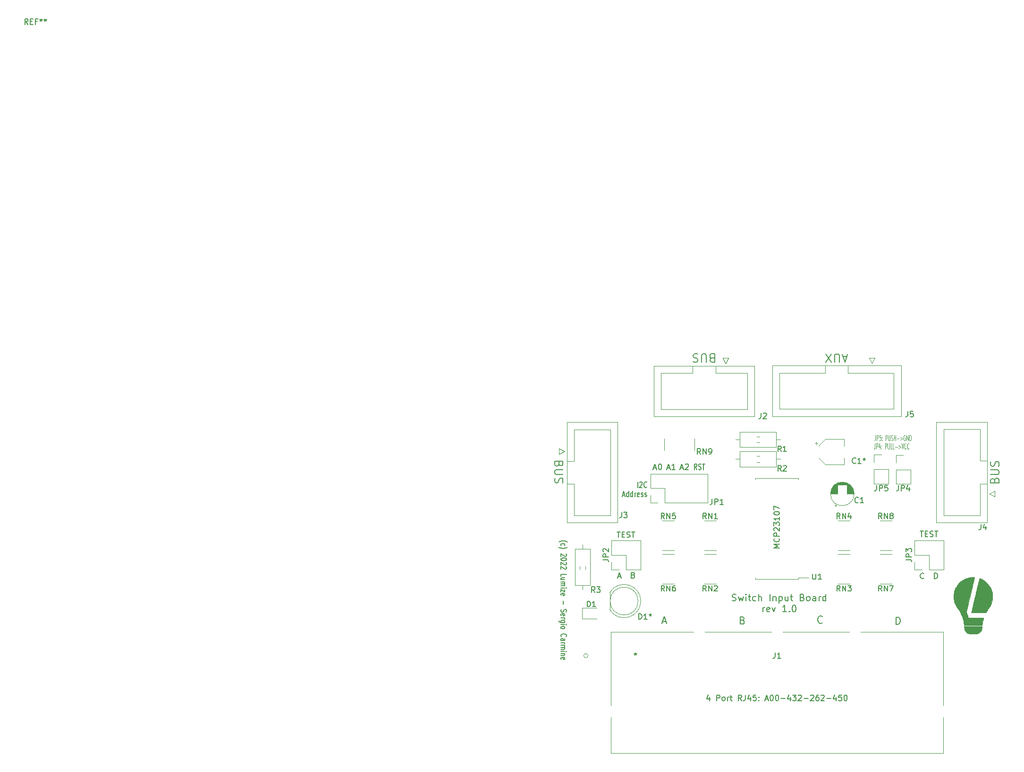
<source format=gbr>
%TF.GenerationSoftware,KiCad,Pcbnew,5.1.10*%
%TF.CreationDate,2021-11-19T19:09:23+01:00*%
%TF.ProjectId,SWITCH_INPUT_BOARD,53574954-4348-45f4-994e-5055545f424f,rev?*%
%TF.SameCoordinates,Original*%
%TF.FileFunction,Legend,Top*%
%TF.FilePolarity,Positive*%
%FSLAX46Y46*%
G04 Gerber Fmt 4.6, Leading zero omitted, Abs format (unit mm)*
G04 Created by KiCad (PCBNEW 5.1.10) date 2021-11-19 19:09:23*
%MOMM*%
%LPD*%
G01*
G04 APERTURE LIST*
%ADD10C,0.150000*%
%ADD11C,0.175000*%
%ADD12C,0.170000*%
%ADD13C,0.125000*%
%ADD14C,0.200000*%
%ADD15C,0.120000*%
%ADD16C,0.010000*%
G04 APERTURE END LIST*
D10*
X118621904Y-80882380D02*
X118355238Y-80406190D01*
X118164761Y-80882380D02*
X118164761Y-79882380D01*
X118469523Y-79882380D01*
X118545714Y-79930000D01*
X118583809Y-79977619D01*
X118621904Y-80072857D01*
X118621904Y-80215714D01*
X118583809Y-80310952D01*
X118545714Y-80358571D01*
X118469523Y-80406190D01*
X118164761Y-80406190D01*
X118926666Y-80834761D02*
X119040952Y-80882380D01*
X119231428Y-80882380D01*
X119307619Y-80834761D01*
X119345714Y-80787142D01*
X119383809Y-80691904D01*
X119383809Y-80596666D01*
X119345714Y-80501428D01*
X119307619Y-80453809D01*
X119231428Y-80406190D01*
X119079047Y-80358571D01*
X119002857Y-80310952D01*
X118964761Y-80263333D01*
X118926666Y-80168095D01*
X118926666Y-80072857D01*
X118964761Y-79977619D01*
X119002857Y-79930000D01*
X119079047Y-79882380D01*
X119269523Y-79882380D01*
X119383809Y-79930000D01*
X119612380Y-79882380D02*
X120069523Y-79882380D01*
X119840952Y-80882380D02*
X119840952Y-79882380D01*
X115704920Y-80596666D02*
X116181110Y-80596666D01*
X115609682Y-80882380D02*
X115943015Y-79882380D01*
X116276348Y-80882380D01*
X116562063Y-79977619D02*
X116609682Y-79930000D01*
X116704920Y-79882380D01*
X116943015Y-79882380D01*
X117038253Y-79930000D01*
X117085872Y-79977619D01*
X117133491Y-80072857D01*
X117133491Y-80168095D01*
X117085872Y-80310952D01*
X116514444Y-80882380D01*
X117133491Y-80882380D01*
X113290317Y-80596666D02*
X113766507Y-80596666D01*
X113195079Y-80882380D02*
X113528412Y-79882380D01*
X113861745Y-80882380D01*
X114718888Y-80882380D02*
X114147460Y-80882380D01*
X114433174Y-80882380D02*
X114433174Y-79882380D01*
X114337936Y-80025238D01*
X114242698Y-80120476D01*
X114147460Y-80168095D01*
X110875714Y-80596666D02*
X111351904Y-80596666D01*
X110780476Y-80882380D02*
X111113809Y-79882380D01*
X111447142Y-80882380D01*
X111970952Y-79882380D02*
X112066190Y-79882380D01*
X112161428Y-79930000D01*
X112209047Y-79977619D01*
X112256666Y-80072857D01*
X112304285Y-80263333D01*
X112304285Y-80501428D01*
X112256666Y-80691904D01*
X112209047Y-80787142D01*
X112161428Y-80834761D01*
X112066190Y-80882380D01*
X111970952Y-80882380D01*
X111875714Y-80834761D01*
X111828095Y-80787142D01*
X111780476Y-80691904D01*
X111732857Y-80501428D01*
X111732857Y-80263333D01*
X111780476Y-80072857D01*
X111828095Y-79977619D01*
X111875714Y-79930000D01*
X111970952Y-79882380D01*
D11*
X124971428Y-104398214D02*
X125142857Y-104455357D01*
X125428571Y-104455357D01*
X125542857Y-104398214D01*
X125599999Y-104341071D01*
X125657142Y-104226785D01*
X125657142Y-104112500D01*
X125599999Y-103998214D01*
X125542857Y-103941071D01*
X125428571Y-103883928D01*
X125199999Y-103826785D01*
X125085714Y-103769642D01*
X125028571Y-103712500D01*
X124971428Y-103598214D01*
X124971428Y-103483928D01*
X125028571Y-103369642D01*
X125085714Y-103312500D01*
X125199999Y-103255357D01*
X125485714Y-103255357D01*
X125657142Y-103312500D01*
X126057142Y-103655357D02*
X126285714Y-104455357D01*
X126514285Y-103883928D01*
X126742857Y-104455357D01*
X126971428Y-103655357D01*
X127428571Y-104455357D02*
X127428571Y-103655357D01*
X127428571Y-103255357D02*
X127371428Y-103312500D01*
X127428571Y-103369642D01*
X127485714Y-103312500D01*
X127428571Y-103255357D01*
X127428571Y-103369642D01*
X127828571Y-103655357D02*
X128285714Y-103655357D01*
X127999999Y-103255357D02*
X127999999Y-104283928D01*
X128057142Y-104398214D01*
X128171428Y-104455357D01*
X128285714Y-104455357D01*
X129199999Y-104398214D02*
X129085714Y-104455357D01*
X128857142Y-104455357D01*
X128742857Y-104398214D01*
X128685714Y-104341071D01*
X128628571Y-104226785D01*
X128628571Y-103883928D01*
X128685714Y-103769642D01*
X128742857Y-103712500D01*
X128857142Y-103655357D01*
X129085714Y-103655357D01*
X129199999Y-103712500D01*
X129714285Y-104455357D02*
X129714285Y-103255357D01*
X130228571Y-104455357D02*
X130228571Y-103826785D01*
X130171428Y-103712500D01*
X130057142Y-103655357D01*
X129885714Y-103655357D01*
X129771428Y-103712500D01*
X129714285Y-103769642D01*
X131714285Y-104455357D02*
X131714285Y-103255357D01*
X132285714Y-103655357D02*
X132285714Y-104455357D01*
X132285714Y-103769642D02*
X132342857Y-103712500D01*
X132457142Y-103655357D01*
X132628571Y-103655357D01*
X132742857Y-103712500D01*
X132799999Y-103826785D01*
X132799999Y-104455357D01*
X133371428Y-103655357D02*
X133371428Y-104855357D01*
X133371428Y-103712500D02*
X133485714Y-103655357D01*
X133714285Y-103655357D01*
X133828571Y-103712500D01*
X133885714Y-103769642D01*
X133942857Y-103883928D01*
X133942857Y-104226785D01*
X133885714Y-104341071D01*
X133828571Y-104398214D01*
X133714285Y-104455357D01*
X133485714Y-104455357D01*
X133371428Y-104398214D01*
X134971428Y-103655357D02*
X134971428Y-104455357D01*
X134457142Y-103655357D02*
X134457142Y-104283928D01*
X134514285Y-104398214D01*
X134628571Y-104455357D01*
X134800000Y-104455357D01*
X134914285Y-104398214D01*
X134971428Y-104341071D01*
X135371428Y-103655357D02*
X135828571Y-103655357D01*
X135542857Y-103255357D02*
X135542857Y-104283928D01*
X135600000Y-104398214D01*
X135714285Y-104455357D01*
X135828571Y-104455357D01*
X137542857Y-103826785D02*
X137714285Y-103883928D01*
X137771428Y-103941071D01*
X137828571Y-104055357D01*
X137828571Y-104226785D01*
X137771428Y-104341071D01*
X137714285Y-104398214D01*
X137600000Y-104455357D01*
X137142857Y-104455357D01*
X137142857Y-103255357D01*
X137542857Y-103255357D01*
X137657142Y-103312500D01*
X137714285Y-103369642D01*
X137771428Y-103483928D01*
X137771428Y-103598214D01*
X137714285Y-103712500D01*
X137657142Y-103769642D01*
X137542857Y-103826785D01*
X137142857Y-103826785D01*
X138514285Y-104455357D02*
X138400000Y-104398214D01*
X138342857Y-104341071D01*
X138285714Y-104226785D01*
X138285714Y-103883928D01*
X138342857Y-103769642D01*
X138400000Y-103712500D01*
X138514285Y-103655357D01*
X138685714Y-103655357D01*
X138800000Y-103712500D01*
X138857142Y-103769642D01*
X138914285Y-103883928D01*
X138914285Y-104226785D01*
X138857142Y-104341071D01*
X138800000Y-104398214D01*
X138685714Y-104455357D01*
X138514285Y-104455357D01*
X139942857Y-104455357D02*
X139942857Y-103826785D01*
X139885714Y-103712500D01*
X139771428Y-103655357D01*
X139542857Y-103655357D01*
X139428571Y-103712500D01*
X139942857Y-104398214D02*
X139828571Y-104455357D01*
X139542857Y-104455357D01*
X139428571Y-104398214D01*
X139371428Y-104283928D01*
X139371428Y-104169642D01*
X139428571Y-104055357D01*
X139542857Y-103998214D01*
X139828571Y-103998214D01*
X139942857Y-103941071D01*
X140514285Y-104455357D02*
X140514285Y-103655357D01*
X140514285Y-103883928D02*
X140571428Y-103769642D01*
X140628571Y-103712500D01*
X140742857Y-103655357D01*
X140857142Y-103655357D01*
X141771428Y-104455357D02*
X141771428Y-103255357D01*
X141771428Y-104398214D02*
X141657142Y-104455357D01*
X141428571Y-104455357D01*
X141314285Y-104398214D01*
X141257142Y-104341071D01*
X141200000Y-104226785D01*
X141200000Y-103883928D01*
X141257142Y-103769642D01*
X141314285Y-103712500D01*
X141428571Y-103655357D01*
X141657142Y-103655357D01*
X141771428Y-103712500D01*
X130457142Y-106430357D02*
X130457142Y-105630357D01*
X130457142Y-105858928D02*
X130514285Y-105744642D01*
X130571428Y-105687500D01*
X130685714Y-105630357D01*
X130800000Y-105630357D01*
X131657142Y-106373214D02*
X131542857Y-106430357D01*
X131314285Y-106430357D01*
X131200000Y-106373214D01*
X131142857Y-106258928D01*
X131142857Y-105801785D01*
X131200000Y-105687500D01*
X131314285Y-105630357D01*
X131542857Y-105630357D01*
X131657142Y-105687500D01*
X131714285Y-105801785D01*
X131714285Y-105916071D01*
X131142857Y-106030357D01*
X132114285Y-105630357D02*
X132400000Y-106430357D01*
X132685714Y-105630357D01*
X134685714Y-106430357D02*
X134000000Y-106430357D01*
X134342857Y-106430357D02*
X134342857Y-105230357D01*
X134228571Y-105401785D01*
X134114285Y-105516071D01*
X134000000Y-105573214D01*
X135200000Y-106316071D02*
X135257142Y-106373214D01*
X135200000Y-106430357D01*
X135142857Y-106373214D01*
X135200000Y-106316071D01*
X135200000Y-106430357D01*
X136000000Y-105230357D02*
X136114285Y-105230357D01*
X136228571Y-105287500D01*
X136285714Y-105344642D01*
X136342857Y-105458928D01*
X136400000Y-105687500D01*
X136400000Y-105973214D01*
X136342857Y-106201785D01*
X136285714Y-106316071D01*
X136228571Y-106373214D01*
X136114285Y-106430357D01*
X136000000Y-106430357D01*
X135885714Y-106373214D01*
X135828571Y-106316071D01*
X135771428Y-106201785D01*
X135714285Y-105973214D01*
X135714285Y-105687500D01*
X135771428Y-105458928D01*
X135828571Y-105344642D01*
X135885714Y-105287500D01*
X136000000Y-105230357D01*
D10*
X93866666Y-93899999D02*
X93914285Y-93861904D01*
X94057142Y-93785714D01*
X94152380Y-93747619D01*
X94295238Y-93709523D01*
X94533333Y-93671428D01*
X94723809Y-93671428D01*
X94961904Y-93709523D01*
X95104761Y-93747619D01*
X95200000Y-93785714D01*
X95342857Y-93861904D01*
X95390476Y-93899999D01*
X94295238Y-94547619D02*
X94247619Y-94471428D01*
X94247619Y-94319047D01*
X94295238Y-94242857D01*
X94342857Y-94204761D01*
X94438095Y-94166666D01*
X94723809Y-94166666D01*
X94819047Y-94204761D01*
X94866666Y-94242857D01*
X94914285Y-94319047D01*
X94914285Y-94471428D01*
X94866666Y-94547619D01*
X93866666Y-94814285D02*
X93914285Y-94852380D01*
X94057142Y-94928571D01*
X94152380Y-94966666D01*
X94295238Y-95004761D01*
X94533333Y-95042857D01*
X94723809Y-95042857D01*
X94961904Y-95004761D01*
X95104761Y-94966666D01*
X95200000Y-94928571D01*
X95342857Y-94852380D01*
X95390476Y-94814285D01*
X95152380Y-95995238D02*
X95200000Y-96033333D01*
X95247619Y-96109523D01*
X95247619Y-96299999D01*
X95200000Y-96376190D01*
X95152380Y-96414285D01*
X95057142Y-96452380D01*
X94961904Y-96452380D01*
X94819047Y-96414285D01*
X94247619Y-95957142D01*
X94247619Y-96452380D01*
X95247619Y-96947619D02*
X95247619Y-97023809D01*
X95200000Y-97099999D01*
X95152380Y-97138095D01*
X95057142Y-97176190D01*
X94866666Y-97214285D01*
X94628571Y-97214285D01*
X94438095Y-97176190D01*
X94342857Y-97138095D01*
X94295238Y-97099999D01*
X94247619Y-97023809D01*
X94247619Y-96947619D01*
X94295238Y-96871428D01*
X94342857Y-96833333D01*
X94438095Y-96795238D01*
X94628571Y-96757142D01*
X94866666Y-96757142D01*
X95057142Y-96795238D01*
X95152380Y-96833333D01*
X95200000Y-96871428D01*
X95247619Y-96947619D01*
X95152380Y-97519047D02*
X95200000Y-97557142D01*
X95247619Y-97633333D01*
X95247619Y-97823809D01*
X95200000Y-97899999D01*
X95152380Y-97938095D01*
X95057142Y-97976190D01*
X94961904Y-97976190D01*
X94819047Y-97938095D01*
X94247619Y-97480952D01*
X94247619Y-97976190D01*
X95152380Y-98280952D02*
X95200000Y-98319047D01*
X95247619Y-98395238D01*
X95247619Y-98585714D01*
X95200000Y-98661904D01*
X95152380Y-98700000D01*
X95057142Y-98738095D01*
X94961904Y-98738095D01*
X94819047Y-98700000D01*
X94247619Y-98242857D01*
X94247619Y-98738095D01*
X94247619Y-100071428D02*
X94247619Y-99690476D01*
X95247619Y-99690476D01*
X94914285Y-100680952D02*
X94247619Y-100680952D01*
X94914285Y-100338095D02*
X94390476Y-100338095D01*
X94295238Y-100376190D01*
X94247619Y-100452380D01*
X94247619Y-100566666D01*
X94295238Y-100642857D01*
X94342857Y-100680952D01*
X94247619Y-101061904D02*
X94914285Y-101061904D01*
X94819047Y-101061904D02*
X94866666Y-101099999D01*
X94914285Y-101176190D01*
X94914285Y-101290476D01*
X94866666Y-101366666D01*
X94771428Y-101404761D01*
X94247619Y-101404761D01*
X94771428Y-101404761D02*
X94866666Y-101442857D01*
X94914285Y-101519047D01*
X94914285Y-101633333D01*
X94866666Y-101709523D01*
X94771428Y-101747619D01*
X94247619Y-101747619D01*
X94247619Y-102128571D02*
X94914285Y-102128571D01*
X95247619Y-102128571D02*
X95200000Y-102090476D01*
X95152380Y-102128571D01*
X95200000Y-102166666D01*
X95247619Y-102128571D01*
X95152380Y-102128571D01*
X94914285Y-102433333D02*
X94914285Y-102852380D01*
X94247619Y-102433333D01*
X94247619Y-102852380D01*
X94295238Y-103461904D02*
X94247619Y-103385714D01*
X94247619Y-103233333D01*
X94295238Y-103157142D01*
X94390476Y-103119047D01*
X94771428Y-103119047D01*
X94866666Y-103157142D01*
X94914285Y-103233333D01*
X94914285Y-103385714D01*
X94866666Y-103461904D01*
X94771428Y-103499999D01*
X94676190Y-103499999D01*
X94580952Y-103119047D01*
X94628571Y-104452380D02*
X94628571Y-105061904D01*
X94295238Y-106014285D02*
X94247619Y-106128571D01*
X94247619Y-106319047D01*
X94295238Y-106395238D01*
X94342857Y-106433333D01*
X94438095Y-106471428D01*
X94533333Y-106471428D01*
X94628571Y-106433333D01*
X94676190Y-106395238D01*
X94723809Y-106319047D01*
X94771428Y-106166666D01*
X94819047Y-106090476D01*
X94866666Y-106052380D01*
X94961904Y-106014285D01*
X95057142Y-106014285D01*
X95152380Y-106052380D01*
X95200000Y-106090476D01*
X95247619Y-106166666D01*
X95247619Y-106357142D01*
X95200000Y-106471428D01*
X94295238Y-107119047D02*
X94247619Y-107042857D01*
X94247619Y-106890476D01*
X94295238Y-106814285D01*
X94390476Y-106776190D01*
X94771428Y-106776190D01*
X94866666Y-106814285D01*
X94914285Y-106890476D01*
X94914285Y-107042857D01*
X94866666Y-107119047D01*
X94771428Y-107157142D01*
X94676190Y-107157142D01*
X94580952Y-106776190D01*
X94247619Y-107499999D02*
X94914285Y-107499999D01*
X94723809Y-107499999D02*
X94819047Y-107538095D01*
X94866666Y-107576190D01*
X94914285Y-107652380D01*
X94914285Y-107728571D01*
X94914285Y-108338095D02*
X94104761Y-108338095D01*
X94009523Y-108299999D01*
X93961904Y-108261904D01*
X93914285Y-108185714D01*
X93914285Y-108071428D01*
X93961904Y-107995238D01*
X94295238Y-108338095D02*
X94247619Y-108261904D01*
X94247619Y-108109523D01*
X94295238Y-108033333D01*
X94342857Y-107995238D01*
X94438095Y-107957142D01*
X94723809Y-107957142D01*
X94819047Y-107995238D01*
X94866666Y-108033333D01*
X94914285Y-108109523D01*
X94914285Y-108261904D01*
X94866666Y-108338095D01*
X94247619Y-108719047D02*
X94914285Y-108719047D01*
X95247619Y-108719047D02*
X95200000Y-108680952D01*
X95152380Y-108719047D01*
X95200000Y-108757142D01*
X95247619Y-108719047D01*
X95152380Y-108719047D01*
X94247619Y-109214285D02*
X94295238Y-109138095D01*
X94342857Y-109099999D01*
X94438095Y-109061904D01*
X94723809Y-109061904D01*
X94819047Y-109099999D01*
X94866666Y-109138095D01*
X94914285Y-109214285D01*
X94914285Y-109328571D01*
X94866666Y-109404761D01*
X94819047Y-109442857D01*
X94723809Y-109480952D01*
X94438095Y-109480952D01*
X94342857Y-109442857D01*
X94295238Y-109404761D01*
X94247619Y-109328571D01*
X94247619Y-109214285D01*
X94342857Y-110890476D02*
X94295238Y-110852380D01*
X94247619Y-110738095D01*
X94247619Y-110661904D01*
X94295238Y-110547619D01*
X94390476Y-110471428D01*
X94485714Y-110433333D01*
X94676190Y-110395238D01*
X94819047Y-110395238D01*
X95009523Y-110433333D01*
X95104761Y-110471428D01*
X95200000Y-110547619D01*
X95247619Y-110661904D01*
X95247619Y-110738095D01*
X95200000Y-110852380D01*
X95152380Y-110890476D01*
X94247619Y-111576190D02*
X94771428Y-111576190D01*
X94866666Y-111538095D01*
X94914285Y-111461904D01*
X94914285Y-111309523D01*
X94866666Y-111233333D01*
X94295238Y-111576190D02*
X94247619Y-111500000D01*
X94247619Y-111309523D01*
X94295238Y-111233333D01*
X94390476Y-111195238D01*
X94485714Y-111195238D01*
X94580952Y-111233333D01*
X94628571Y-111309523D01*
X94628571Y-111500000D01*
X94676190Y-111576190D01*
X94247619Y-111957142D02*
X94914285Y-111957142D01*
X94723809Y-111957142D02*
X94819047Y-111995238D01*
X94866666Y-112033333D01*
X94914285Y-112109523D01*
X94914285Y-112185714D01*
X94247619Y-112452380D02*
X94914285Y-112452380D01*
X94819047Y-112452380D02*
X94866666Y-112490476D01*
X94914285Y-112566666D01*
X94914285Y-112680952D01*
X94866666Y-112757142D01*
X94771428Y-112795238D01*
X94247619Y-112795238D01*
X94771428Y-112795238D02*
X94866666Y-112833333D01*
X94914285Y-112909523D01*
X94914285Y-113023809D01*
X94866666Y-113100000D01*
X94771428Y-113138095D01*
X94247619Y-113138095D01*
X94247619Y-113519047D02*
X94914285Y-113519047D01*
X95247619Y-113519047D02*
X95200000Y-113480952D01*
X95152380Y-113519047D01*
X95200000Y-113557142D01*
X95247619Y-113519047D01*
X95152380Y-113519047D01*
X94914285Y-113900000D02*
X94247619Y-113900000D01*
X94819047Y-113900000D02*
X94866666Y-113938095D01*
X94914285Y-114014285D01*
X94914285Y-114128571D01*
X94866666Y-114204761D01*
X94771428Y-114242857D01*
X94247619Y-114242857D01*
X94295238Y-114928571D02*
X94247619Y-114852380D01*
X94247619Y-114700000D01*
X94295238Y-114623809D01*
X94390476Y-114585714D01*
X94771428Y-114585714D01*
X94866666Y-114623809D01*
X94914285Y-114700000D01*
X94914285Y-114852380D01*
X94866666Y-114928571D01*
X94771428Y-114966666D01*
X94676190Y-114966666D01*
X94580952Y-114585714D01*
D12*
X154359523Y-108688093D02*
X154359523Y-107388093D01*
X154669047Y-107388093D01*
X154854761Y-107449998D01*
X154978571Y-107573807D01*
X155040476Y-107697617D01*
X155102380Y-107945236D01*
X155102380Y-108130950D01*
X155040476Y-108378569D01*
X154978571Y-108502378D01*
X154854761Y-108626188D01*
X154669047Y-108688093D01*
X154359523Y-108688093D01*
X141111904Y-108364285D02*
X141050000Y-108426190D01*
X140864285Y-108488095D01*
X140740476Y-108488095D01*
X140554762Y-108426190D01*
X140430952Y-108302380D01*
X140369047Y-108178571D01*
X140307143Y-107930952D01*
X140307143Y-107745238D01*
X140369047Y-107497619D01*
X140430952Y-107373809D01*
X140554762Y-107250000D01*
X140740476Y-107188095D01*
X140864285Y-107188095D01*
X141050000Y-107250000D01*
X141111904Y-107311904D01*
X112490476Y-108183332D02*
X113109523Y-108183332D01*
X112366666Y-108554761D02*
X112800000Y-107254761D01*
X113233333Y-108554761D01*
X126811905Y-107940474D02*
X126997619Y-108002379D01*
X127059524Y-108064284D01*
X127121428Y-108188093D01*
X127121428Y-108373808D01*
X127059524Y-108497617D01*
X126997619Y-108559522D01*
X126873809Y-108621427D01*
X126378571Y-108621427D01*
X126378571Y-107321427D01*
X126811905Y-107321427D01*
X126935714Y-107383332D01*
X126997619Y-107445236D01*
X127059524Y-107569046D01*
X127059524Y-107692855D01*
X126997619Y-107816665D01*
X126935714Y-107878570D01*
X126811905Y-107940474D01*
X126378571Y-107940474D01*
D10*
X108020119Y-84097380D02*
X108020119Y-83097380D01*
X108362976Y-83192619D02*
X108401071Y-83145000D01*
X108477261Y-83097380D01*
X108667738Y-83097380D01*
X108743928Y-83145000D01*
X108782023Y-83192619D01*
X108820119Y-83287857D01*
X108820119Y-83383095D01*
X108782023Y-83525952D01*
X108324880Y-84097380D01*
X108820119Y-84097380D01*
X109620119Y-84002142D02*
X109582023Y-84049761D01*
X109467738Y-84097380D01*
X109391547Y-84097380D01*
X109277261Y-84049761D01*
X109201071Y-83954523D01*
X109162976Y-83859285D01*
X109124880Y-83668809D01*
X109124880Y-83525952D01*
X109162976Y-83335476D01*
X109201071Y-83240238D01*
X109277261Y-83145000D01*
X109391547Y-83097380D01*
X109467738Y-83097380D01*
X109582023Y-83145000D01*
X109620119Y-83192619D01*
X105315357Y-85461666D02*
X105696309Y-85461666D01*
X105239166Y-85747380D02*
X105505833Y-84747380D01*
X105772500Y-85747380D01*
X106382023Y-85747380D02*
X106382023Y-84747380D01*
X106382023Y-85699761D02*
X106305833Y-85747380D01*
X106153452Y-85747380D01*
X106077261Y-85699761D01*
X106039166Y-85652142D01*
X106001071Y-85556904D01*
X106001071Y-85271190D01*
X106039166Y-85175952D01*
X106077261Y-85128333D01*
X106153452Y-85080714D01*
X106305833Y-85080714D01*
X106382023Y-85128333D01*
X107105833Y-85747380D02*
X107105833Y-84747380D01*
X107105833Y-85699761D02*
X107029642Y-85747380D01*
X106877261Y-85747380D01*
X106801071Y-85699761D01*
X106762976Y-85652142D01*
X106724880Y-85556904D01*
X106724880Y-85271190D01*
X106762976Y-85175952D01*
X106801071Y-85128333D01*
X106877261Y-85080714D01*
X107029642Y-85080714D01*
X107105833Y-85128333D01*
X107486785Y-85747380D02*
X107486785Y-85080714D01*
X107486785Y-85271190D02*
X107524880Y-85175952D01*
X107562976Y-85128333D01*
X107639166Y-85080714D01*
X107715357Y-85080714D01*
X108286785Y-85699761D02*
X108210595Y-85747380D01*
X108058214Y-85747380D01*
X107982023Y-85699761D01*
X107943928Y-85604523D01*
X107943928Y-85223571D01*
X107982023Y-85128333D01*
X108058214Y-85080714D01*
X108210595Y-85080714D01*
X108286785Y-85128333D01*
X108324880Y-85223571D01*
X108324880Y-85318809D01*
X107943928Y-85414047D01*
X108629642Y-85699761D02*
X108705833Y-85747380D01*
X108858214Y-85747380D01*
X108934404Y-85699761D01*
X108972500Y-85604523D01*
X108972500Y-85556904D01*
X108934404Y-85461666D01*
X108858214Y-85414047D01*
X108743928Y-85414047D01*
X108667738Y-85366428D01*
X108629642Y-85271190D01*
X108629642Y-85223571D01*
X108667738Y-85128333D01*
X108743928Y-85080714D01*
X108858214Y-85080714D01*
X108934404Y-85128333D01*
X109277261Y-85699761D02*
X109353452Y-85747380D01*
X109505833Y-85747380D01*
X109582023Y-85699761D01*
X109620119Y-85604523D01*
X109620119Y-85556904D01*
X109582023Y-85461666D01*
X109505833Y-85414047D01*
X109391547Y-85414047D01*
X109315357Y-85366428D01*
X109277261Y-85271190D01*
X109277261Y-85223571D01*
X109315357Y-85128333D01*
X109391547Y-85080714D01*
X109505833Y-85080714D01*
X109582023Y-85128333D01*
X158654761Y-91952380D02*
X159226190Y-91952380D01*
X158940476Y-92952380D02*
X158940476Y-91952380D01*
X159559523Y-92428571D02*
X159892857Y-92428571D01*
X160035714Y-92952380D02*
X159559523Y-92952380D01*
X159559523Y-91952380D01*
X160035714Y-91952380D01*
X160416666Y-92904761D02*
X160559523Y-92952380D01*
X160797619Y-92952380D01*
X160892857Y-92904761D01*
X160940476Y-92857142D01*
X160988095Y-92761904D01*
X160988095Y-92666666D01*
X160940476Y-92571428D01*
X160892857Y-92523809D01*
X160797619Y-92476190D01*
X160607142Y-92428571D01*
X160511904Y-92380952D01*
X160464285Y-92333333D01*
X160416666Y-92238095D01*
X160416666Y-92142857D01*
X160464285Y-92047619D01*
X160511904Y-92000000D01*
X160607142Y-91952380D01*
X160845238Y-91952380D01*
X160988095Y-92000000D01*
X161273809Y-91952380D02*
X161845238Y-91952380D01*
X161559523Y-92952380D02*
X161559523Y-91952380D01*
X161238095Y-100452380D02*
X161238095Y-99452380D01*
X161476190Y-99452380D01*
X161619047Y-99500000D01*
X161714285Y-99595238D01*
X161761904Y-99690476D01*
X161809523Y-99880952D01*
X161809523Y-100023809D01*
X161761904Y-100214285D01*
X161714285Y-100309523D01*
X161619047Y-100404761D01*
X161476190Y-100452380D01*
X161238095Y-100452380D01*
X159309523Y-100357142D02*
X159261904Y-100404761D01*
X159119047Y-100452380D01*
X159023809Y-100452380D01*
X158880952Y-100404761D01*
X158785714Y-100309523D01*
X158738095Y-100214285D01*
X158690476Y-100023809D01*
X158690476Y-99880952D01*
X158738095Y-99690476D01*
X158785714Y-99595238D01*
X158880952Y-99500000D01*
X159023809Y-99452380D01*
X159119047Y-99452380D01*
X159261904Y-99500000D01*
X159309523Y-99547619D01*
X107221428Y-99828571D02*
X107364285Y-99876190D01*
X107411904Y-99923809D01*
X107459523Y-100019047D01*
X107459523Y-100161904D01*
X107411904Y-100257142D01*
X107364285Y-100304761D01*
X107269047Y-100352380D01*
X106888095Y-100352380D01*
X106888095Y-99352380D01*
X107221428Y-99352380D01*
X107316666Y-99400000D01*
X107364285Y-99447619D01*
X107411904Y-99542857D01*
X107411904Y-99638095D01*
X107364285Y-99733333D01*
X107316666Y-99780952D01*
X107221428Y-99828571D01*
X106888095Y-99828571D01*
X104461904Y-100066666D02*
X104938095Y-100066666D01*
X104366666Y-100352380D02*
X104700000Y-99352380D01*
X105033333Y-100352380D01*
X104304761Y-92052380D02*
X104876190Y-92052380D01*
X104590476Y-93052380D02*
X104590476Y-92052380D01*
X105209523Y-92528571D02*
X105542857Y-92528571D01*
X105685714Y-93052380D02*
X105209523Y-93052380D01*
X105209523Y-92052380D01*
X105685714Y-92052380D01*
X106066666Y-93004761D02*
X106209523Y-93052380D01*
X106447619Y-93052380D01*
X106542857Y-93004761D01*
X106590476Y-92957142D01*
X106638095Y-92861904D01*
X106638095Y-92766666D01*
X106590476Y-92671428D01*
X106542857Y-92623809D01*
X106447619Y-92576190D01*
X106257142Y-92528571D01*
X106161904Y-92480952D01*
X106114285Y-92433333D01*
X106066666Y-92338095D01*
X106066666Y-92242857D01*
X106114285Y-92147619D01*
X106161904Y-92100000D01*
X106257142Y-92052380D01*
X106495238Y-92052380D01*
X106638095Y-92100000D01*
X106923809Y-92052380D02*
X107495238Y-92052380D01*
X107209523Y-93052380D02*
X107209523Y-92052380D01*
D13*
X150523809Y-76202380D02*
X150523809Y-76916666D01*
X150500000Y-77059523D01*
X150452380Y-77154761D01*
X150380952Y-77202380D01*
X150333333Y-77202380D01*
X150761904Y-77202380D02*
X150761904Y-76202380D01*
X150952380Y-76202380D01*
X151000000Y-76250000D01*
X151023809Y-76297619D01*
X151047619Y-76392857D01*
X151047619Y-76535714D01*
X151023809Y-76630952D01*
X151000000Y-76678571D01*
X150952380Y-76726190D01*
X150761904Y-76726190D01*
X151476190Y-76535714D02*
X151476190Y-77202380D01*
X151357142Y-76154761D02*
X151238095Y-76869047D01*
X151547619Y-76869047D01*
X151738095Y-77107142D02*
X151761904Y-77154761D01*
X151738095Y-77202380D01*
X151714285Y-77154761D01*
X151738095Y-77107142D01*
X151738095Y-77202380D01*
X151738095Y-76583333D02*
X151761904Y-76630952D01*
X151738095Y-76678571D01*
X151714285Y-76630952D01*
X151738095Y-76583333D01*
X151738095Y-76678571D01*
X152357142Y-77202380D02*
X152357142Y-76202380D01*
X152547619Y-76202380D01*
X152595238Y-76250000D01*
X152619047Y-76297619D01*
X152642857Y-76392857D01*
X152642857Y-76535714D01*
X152619047Y-76630952D01*
X152595238Y-76678571D01*
X152547619Y-76726190D01*
X152357142Y-76726190D01*
X152857142Y-76202380D02*
X152857142Y-77011904D01*
X152880952Y-77107142D01*
X152904761Y-77154761D01*
X152952380Y-77202380D01*
X153047619Y-77202380D01*
X153095238Y-77154761D01*
X153119047Y-77107142D01*
X153142857Y-77011904D01*
X153142857Y-76202380D01*
X153619047Y-77202380D02*
X153380952Y-77202380D01*
X153380952Y-76202380D01*
X154023809Y-77202380D02*
X153785714Y-77202380D01*
X153785714Y-76202380D01*
X154190476Y-76821428D02*
X154571428Y-76821428D01*
X154809523Y-76535714D02*
X155190476Y-76821428D01*
X154809523Y-77107142D01*
X155357142Y-76202380D02*
X155523809Y-77202380D01*
X155690476Y-76202380D01*
X156142857Y-77107142D02*
X156119047Y-77154761D01*
X156047619Y-77202380D01*
X156000000Y-77202380D01*
X155928571Y-77154761D01*
X155880952Y-77059523D01*
X155857142Y-76964285D01*
X155833333Y-76773809D01*
X155833333Y-76630952D01*
X155857142Y-76440476D01*
X155880952Y-76345238D01*
X155928571Y-76250000D01*
X156000000Y-76202380D01*
X156047619Y-76202380D01*
X156119047Y-76250000D01*
X156142857Y-76297619D01*
X156642857Y-77107142D02*
X156619047Y-77154761D01*
X156547619Y-77202380D01*
X156500000Y-77202380D01*
X156428571Y-77154761D01*
X156380952Y-77059523D01*
X156357142Y-76964285D01*
X156333333Y-76773809D01*
X156333333Y-76630952D01*
X156357142Y-76440476D01*
X156380952Y-76345238D01*
X156428571Y-76250000D01*
X156500000Y-76202380D01*
X156547619Y-76202380D01*
X156619047Y-76250000D01*
X156642857Y-76297619D01*
X150630952Y-74702380D02*
X150630952Y-75416666D01*
X150607142Y-75559523D01*
X150559523Y-75654761D01*
X150488095Y-75702380D01*
X150440476Y-75702380D01*
X150869047Y-75702380D02*
X150869047Y-74702380D01*
X151059523Y-74702380D01*
X151107142Y-74750000D01*
X151130952Y-74797619D01*
X151154761Y-74892857D01*
X151154761Y-75035714D01*
X151130952Y-75130952D01*
X151107142Y-75178571D01*
X151059523Y-75226190D01*
X150869047Y-75226190D01*
X151607142Y-74702380D02*
X151369047Y-74702380D01*
X151345238Y-75178571D01*
X151369047Y-75130952D01*
X151416666Y-75083333D01*
X151535714Y-75083333D01*
X151583333Y-75130952D01*
X151607142Y-75178571D01*
X151630952Y-75273809D01*
X151630952Y-75511904D01*
X151607142Y-75607142D01*
X151583333Y-75654761D01*
X151535714Y-75702380D01*
X151416666Y-75702380D01*
X151369047Y-75654761D01*
X151345238Y-75607142D01*
X151845238Y-75607142D02*
X151869047Y-75654761D01*
X151845238Y-75702380D01*
X151821428Y-75654761D01*
X151845238Y-75607142D01*
X151845238Y-75702380D01*
X151845238Y-75083333D02*
X151869047Y-75130952D01*
X151845238Y-75178571D01*
X151821428Y-75130952D01*
X151845238Y-75083333D01*
X151845238Y-75178571D01*
X152464285Y-75702380D02*
X152464285Y-74702380D01*
X152654761Y-74702380D01*
X152702380Y-74750000D01*
X152726190Y-74797619D01*
X152750000Y-74892857D01*
X152750000Y-75035714D01*
X152726190Y-75130952D01*
X152702380Y-75178571D01*
X152654761Y-75226190D01*
X152464285Y-75226190D01*
X152964285Y-74702380D02*
X152964285Y-75511904D01*
X152988095Y-75607142D01*
X153011904Y-75654761D01*
X153059523Y-75702380D01*
X153154761Y-75702380D01*
X153202380Y-75654761D01*
X153226190Y-75607142D01*
X153250000Y-75511904D01*
X153250000Y-74702380D01*
X153464285Y-75654761D02*
X153535714Y-75702380D01*
X153654761Y-75702380D01*
X153702380Y-75654761D01*
X153726190Y-75607142D01*
X153750000Y-75511904D01*
X153750000Y-75416666D01*
X153726190Y-75321428D01*
X153702380Y-75273809D01*
X153654761Y-75226190D01*
X153559523Y-75178571D01*
X153511904Y-75130952D01*
X153488095Y-75083333D01*
X153464285Y-74988095D01*
X153464285Y-74892857D01*
X153488095Y-74797619D01*
X153511904Y-74750000D01*
X153559523Y-74702380D01*
X153678571Y-74702380D01*
X153750000Y-74750000D01*
X153964285Y-75702380D02*
X153964285Y-74702380D01*
X153964285Y-75178571D02*
X154250000Y-75178571D01*
X154250000Y-75702380D02*
X154250000Y-74702380D01*
X154488095Y-75321428D02*
X154869047Y-75321428D01*
X155107142Y-75035714D02*
X155488095Y-75321428D01*
X155107142Y-75607142D01*
X155988095Y-74750000D02*
X155940476Y-74702380D01*
X155869047Y-74702380D01*
X155797619Y-74750000D01*
X155750000Y-74845238D01*
X155726190Y-74940476D01*
X155702380Y-75130952D01*
X155702380Y-75273809D01*
X155726190Y-75464285D01*
X155750000Y-75559523D01*
X155797619Y-75654761D01*
X155869047Y-75702380D01*
X155916666Y-75702380D01*
X155988095Y-75654761D01*
X156011904Y-75607142D01*
X156011904Y-75273809D01*
X155916666Y-75273809D01*
X156226190Y-75702380D02*
X156226190Y-74702380D01*
X156511904Y-75702380D01*
X156511904Y-74702380D01*
X156750000Y-75702380D02*
X156750000Y-74702380D01*
X156869047Y-74702380D01*
X156940476Y-74750000D01*
X156988095Y-74845238D01*
X157011904Y-74940476D01*
X157035714Y-75130952D01*
X157035714Y-75273809D01*
X157011904Y-75464285D01*
X156988095Y-75559523D01*
X156940476Y-75654761D01*
X156869047Y-75702380D01*
X156750000Y-75702380D01*
D10*
X133432380Y-94964285D02*
X132432380Y-94964285D01*
X133146666Y-94630952D01*
X132432380Y-94297619D01*
X133432380Y-94297619D01*
X133337142Y-93250000D02*
X133384761Y-93297619D01*
X133432380Y-93440476D01*
X133432380Y-93535714D01*
X133384761Y-93678571D01*
X133289523Y-93773809D01*
X133194285Y-93821428D01*
X133003809Y-93869047D01*
X132860952Y-93869047D01*
X132670476Y-93821428D01*
X132575238Y-93773809D01*
X132480000Y-93678571D01*
X132432380Y-93535714D01*
X132432380Y-93440476D01*
X132480000Y-93297619D01*
X132527619Y-93250000D01*
X133432380Y-92821428D02*
X132432380Y-92821428D01*
X132432380Y-92440476D01*
X132480000Y-92345238D01*
X132527619Y-92297619D01*
X132622857Y-92250000D01*
X132765714Y-92250000D01*
X132860952Y-92297619D01*
X132908571Y-92345238D01*
X132956190Y-92440476D01*
X132956190Y-92821428D01*
X132527619Y-91869047D02*
X132480000Y-91821428D01*
X132432380Y-91726190D01*
X132432380Y-91488095D01*
X132480000Y-91392857D01*
X132527619Y-91345238D01*
X132622857Y-91297619D01*
X132718095Y-91297619D01*
X132860952Y-91345238D01*
X133432380Y-91916666D01*
X133432380Y-91297619D01*
X132432380Y-90964285D02*
X132432380Y-90345238D01*
X132813333Y-90678571D01*
X132813333Y-90535714D01*
X132860952Y-90440476D01*
X132908571Y-90392857D01*
X133003809Y-90345238D01*
X133241904Y-90345238D01*
X133337142Y-90392857D01*
X133384761Y-90440476D01*
X133432380Y-90535714D01*
X133432380Y-90821428D01*
X133384761Y-90916666D01*
X133337142Y-90964285D01*
X133432380Y-89392857D02*
X133432380Y-89964285D01*
X133432380Y-89678571D02*
X132432380Y-89678571D01*
X132575238Y-89773809D01*
X132670476Y-89869047D01*
X132718095Y-89964285D01*
X132432380Y-88773809D02*
X132432380Y-88678571D01*
X132480000Y-88583333D01*
X132527619Y-88535714D01*
X132622857Y-88488095D01*
X132813333Y-88440476D01*
X133051428Y-88440476D01*
X133241904Y-88488095D01*
X133337142Y-88535714D01*
X133384761Y-88583333D01*
X133432380Y-88678571D01*
X133432380Y-88773809D01*
X133384761Y-88869047D01*
X133337142Y-88916666D01*
X133241904Y-88964285D01*
X133051428Y-89011904D01*
X132813333Y-89011904D01*
X132622857Y-88964285D01*
X132527619Y-88916666D01*
X132480000Y-88869047D01*
X132432380Y-88773809D01*
X132432380Y-88107142D02*
X132432380Y-87440476D01*
X133432380Y-87869047D01*
D14*
X145517142Y-60560000D02*
X144802857Y-60560000D01*
X145660000Y-60131428D02*
X145160000Y-61631428D01*
X144660000Y-60131428D01*
X144160000Y-61631428D02*
X144160000Y-60417142D01*
X144088571Y-60274285D01*
X144017142Y-60202857D01*
X143874285Y-60131428D01*
X143588571Y-60131428D01*
X143445714Y-60202857D01*
X143374285Y-60274285D01*
X143302857Y-60417142D01*
X143302857Y-61631428D01*
X142731428Y-61631428D02*
X141731428Y-60131428D01*
X141731428Y-61631428D02*
X142731428Y-60131428D01*
X121312857Y-60887142D02*
X121098571Y-60815714D01*
X121027142Y-60744285D01*
X120955714Y-60601428D01*
X120955714Y-60387142D01*
X121027142Y-60244285D01*
X121098571Y-60172857D01*
X121241428Y-60101428D01*
X121812857Y-60101428D01*
X121812857Y-61601428D01*
X121312857Y-61601428D01*
X121170000Y-61530000D01*
X121098571Y-61458571D01*
X121027142Y-61315714D01*
X121027142Y-61172857D01*
X121098571Y-61030000D01*
X121170000Y-60958571D01*
X121312857Y-60887142D01*
X121812857Y-60887142D01*
X120312857Y-61601428D02*
X120312857Y-60387142D01*
X120241428Y-60244285D01*
X120170000Y-60172857D01*
X120027142Y-60101428D01*
X119741428Y-60101428D01*
X119598571Y-60172857D01*
X119527142Y-60244285D01*
X119455714Y-60387142D01*
X119455714Y-61601428D01*
X118812857Y-60172857D02*
X118598571Y-60101428D01*
X118241428Y-60101428D01*
X118098571Y-60172857D01*
X118027142Y-60244285D01*
X117955714Y-60387142D01*
X117955714Y-60530000D01*
X118027142Y-60672857D01*
X118098571Y-60744285D01*
X118241428Y-60815714D01*
X118527142Y-60887142D01*
X118670000Y-60958571D01*
X118741428Y-61030000D01*
X118812857Y-61172857D01*
X118812857Y-61315714D01*
X118741428Y-61458571D01*
X118670000Y-61530000D01*
X118527142Y-61601428D01*
X118170000Y-61601428D01*
X117955714Y-61530000D01*
X172022857Y-82792857D02*
X172094285Y-82578571D01*
X172165714Y-82507142D01*
X172308571Y-82435714D01*
X172522857Y-82435714D01*
X172665714Y-82507142D01*
X172737142Y-82578571D01*
X172808571Y-82721428D01*
X172808571Y-83292857D01*
X171308571Y-83292857D01*
X171308571Y-82792857D01*
X171380000Y-82650000D01*
X171451428Y-82578571D01*
X171594285Y-82507142D01*
X171737142Y-82507142D01*
X171880000Y-82578571D01*
X171951428Y-82650000D01*
X172022857Y-82792857D01*
X172022857Y-83292857D01*
X171308571Y-81792857D02*
X172522857Y-81792857D01*
X172665714Y-81721428D01*
X172737142Y-81650000D01*
X172808571Y-81507142D01*
X172808571Y-81221428D01*
X172737142Y-81078571D01*
X172665714Y-81007142D01*
X172522857Y-80935714D01*
X171308571Y-80935714D01*
X172737142Y-80292857D02*
X172808571Y-80078571D01*
X172808571Y-79721428D01*
X172737142Y-79578571D01*
X172665714Y-79507142D01*
X172522857Y-79435714D01*
X172380000Y-79435714D01*
X172237142Y-79507142D01*
X172165714Y-79578571D01*
X172094285Y-79721428D01*
X172022857Y-80007142D01*
X171951428Y-80150000D01*
X171880000Y-80221428D01*
X171737142Y-80292857D01*
X171594285Y-80292857D01*
X171451428Y-80221428D01*
X171380000Y-80150000D01*
X171308571Y-80007142D01*
X171308571Y-79650000D01*
X171380000Y-79435714D01*
X93897142Y-79907142D02*
X93825714Y-80121428D01*
X93754285Y-80192857D01*
X93611428Y-80264285D01*
X93397142Y-80264285D01*
X93254285Y-80192857D01*
X93182857Y-80121428D01*
X93111428Y-79978571D01*
X93111428Y-79407142D01*
X94611428Y-79407142D01*
X94611428Y-79907142D01*
X94540000Y-80050000D01*
X94468571Y-80121428D01*
X94325714Y-80192857D01*
X94182857Y-80192857D01*
X94040000Y-80121428D01*
X93968571Y-80050000D01*
X93897142Y-79907142D01*
X93897142Y-79407142D01*
X94611428Y-80907142D02*
X93397142Y-80907142D01*
X93254285Y-80978571D01*
X93182857Y-81050000D01*
X93111428Y-81192857D01*
X93111428Y-81478571D01*
X93182857Y-81621428D01*
X93254285Y-81692857D01*
X93397142Y-81764285D01*
X94611428Y-81764285D01*
X93182857Y-82407142D02*
X93111428Y-82621428D01*
X93111428Y-82978571D01*
X93182857Y-83121428D01*
X93254285Y-83192857D01*
X93397142Y-83264285D01*
X93540000Y-83264285D01*
X93682857Y-83192857D01*
X93754285Y-83121428D01*
X93825714Y-82978571D01*
X93897142Y-82692857D01*
X93968571Y-82550000D01*
X94040000Y-82478571D01*
X94182857Y-82407142D01*
X94325714Y-82407142D01*
X94468571Y-82478571D01*
X94540000Y-82550000D01*
X94611428Y-82692857D01*
X94611428Y-83050000D01*
X94540000Y-83264285D01*
D15*
%TO.C,J1*%
X99091000Y-114300000D02*
G75*
G03*
X99091000Y-114300000I-381000J0D01*
G01*
X162806900Y-123261701D02*
X162806900Y-110007400D01*
X103193100Y-125404299D02*
X103193100Y-131826000D01*
X145945098Y-110007400D02*
X134024902Y-110007400D01*
X131975098Y-110007400D02*
X120054902Y-110007400D01*
X118005098Y-110007400D02*
X103193100Y-110007400D01*
X103193100Y-110007400D02*
X103193100Y-123261701D01*
X162806900Y-110007400D02*
X147994902Y-110007400D01*
X162806900Y-131826000D02*
X162806900Y-125404299D01*
X103193100Y-131826000D02*
X162806900Y-131826000D01*
%TO.C,JP1*%
X120580000Y-86840000D02*
X120580000Y-81640000D01*
X112900000Y-86840000D02*
X120580000Y-86840000D01*
X110300000Y-81640000D02*
X120580000Y-81640000D01*
X112900000Y-86840000D02*
X112900000Y-84240000D01*
X112900000Y-84240000D02*
X110300000Y-84240000D01*
X110300000Y-84240000D02*
X110300000Y-81640000D01*
X111630000Y-86840000D02*
X110300000Y-86840000D01*
X110300000Y-86840000D02*
X110300000Y-85510000D01*
%TO.C,JP3*%
X162870000Y-98830000D02*
X162870000Y-93630000D01*
X160270000Y-98830000D02*
X162870000Y-98830000D01*
X157670000Y-93630000D02*
X162870000Y-93630000D01*
X160270000Y-98830000D02*
X160270000Y-96230000D01*
X160270000Y-96230000D02*
X157670000Y-96230000D01*
X157670000Y-96230000D02*
X157670000Y-93630000D01*
X159000000Y-98830000D02*
X157670000Y-98830000D01*
X157670000Y-98830000D02*
X157670000Y-97500000D01*
%TO.C,JP2*%
X108520000Y-98830000D02*
X108520000Y-93630000D01*
X105920000Y-98830000D02*
X108520000Y-98830000D01*
X103320000Y-93630000D02*
X108520000Y-93630000D01*
X105920000Y-98830000D02*
X105920000Y-96230000D01*
X105920000Y-96230000D02*
X103320000Y-96230000D01*
X103320000Y-96230000D02*
X103320000Y-93630000D01*
X104650000Y-98830000D02*
X103320000Y-98830000D01*
X103320000Y-98830000D02*
X103320000Y-97500000D01*
D16*
%TO.C,G\u002A\u002A\u002A*%
G36*
X169765280Y-109048123D02*
G01*
X169763240Y-109103304D01*
X169757613Y-109171931D01*
X169749138Y-109247595D01*
X169738553Y-109323889D01*
X169726597Y-109394404D01*
X169723581Y-109409880D01*
X169683944Y-109567609D01*
X169631095Y-109713755D01*
X169565774Y-109847305D01*
X169488724Y-109967244D01*
X169400685Y-110072558D01*
X169302401Y-110162234D01*
X169194611Y-110235256D01*
X169080043Y-110289849D01*
X169042864Y-110304262D01*
X169010321Y-110316684D01*
X168980642Y-110327267D01*
X168952055Y-110336165D01*
X168922788Y-110343530D01*
X168891071Y-110349514D01*
X168855132Y-110354270D01*
X168813200Y-110357951D01*
X168763502Y-110360709D01*
X168704269Y-110362696D01*
X168633727Y-110364066D01*
X168550106Y-110364970D01*
X168451635Y-110365562D01*
X168336542Y-110365994D01*
X168203055Y-110366418D01*
X168190480Y-110366459D01*
X168049451Y-110366836D01*
X167927344Y-110366944D01*
X167822764Y-110366761D01*
X167734312Y-110366266D01*
X167660594Y-110365436D01*
X167600213Y-110364251D01*
X167551772Y-110362688D01*
X167513875Y-110360726D01*
X167485125Y-110358343D01*
X167464127Y-110355517D01*
X167462067Y-110355148D01*
X167318717Y-110319237D01*
X167186968Y-110266682D01*
X167066992Y-110197640D01*
X166958962Y-110112269D01*
X166863047Y-110010724D01*
X166779420Y-109893162D01*
X166708253Y-109759741D01*
X166650724Y-109613635D01*
X166619846Y-109508200D01*
X166593640Y-109392685D01*
X166573276Y-109273982D01*
X166559921Y-109158981D01*
X166554745Y-109054574D01*
X166554720Y-109047435D01*
X166554720Y-108998400D01*
X169765280Y-108998400D01*
X169765280Y-109048123D01*
G37*
X169765280Y-109048123D02*
X169763240Y-109103304D01*
X169757613Y-109171931D01*
X169749138Y-109247595D01*
X169738553Y-109323889D01*
X169726597Y-109394404D01*
X169723581Y-109409880D01*
X169683944Y-109567609D01*
X169631095Y-109713755D01*
X169565774Y-109847305D01*
X169488724Y-109967244D01*
X169400685Y-110072558D01*
X169302401Y-110162234D01*
X169194611Y-110235256D01*
X169080043Y-110289849D01*
X169042864Y-110304262D01*
X169010321Y-110316684D01*
X168980642Y-110327267D01*
X168952055Y-110336165D01*
X168922788Y-110343530D01*
X168891071Y-110349514D01*
X168855132Y-110354270D01*
X168813200Y-110357951D01*
X168763502Y-110360709D01*
X168704269Y-110362696D01*
X168633727Y-110364066D01*
X168550106Y-110364970D01*
X168451635Y-110365562D01*
X168336542Y-110365994D01*
X168203055Y-110366418D01*
X168190480Y-110366459D01*
X168049451Y-110366836D01*
X167927344Y-110366944D01*
X167822764Y-110366761D01*
X167734312Y-110366266D01*
X167660594Y-110365436D01*
X167600213Y-110364251D01*
X167551772Y-110362688D01*
X167513875Y-110360726D01*
X167485125Y-110358343D01*
X167464127Y-110355517D01*
X167462067Y-110355148D01*
X167318717Y-110319237D01*
X167186968Y-110266682D01*
X167066992Y-110197640D01*
X166958962Y-110112269D01*
X166863047Y-110010724D01*
X166779420Y-109893162D01*
X166708253Y-109759741D01*
X166650724Y-109613635D01*
X166619846Y-109508200D01*
X166593640Y-109392685D01*
X166573276Y-109273982D01*
X166559921Y-109158981D01*
X166554745Y-109054574D01*
X166554720Y-109047435D01*
X166554720Y-108998400D01*
X169765280Y-108998400D01*
X169765280Y-109048123D01*
G36*
X168190275Y-100215499D02*
G01*
X168257880Y-100216093D01*
X168316140Y-100217056D01*
X168362411Y-100218330D01*
X168394048Y-100219856D01*
X168408408Y-100221574D01*
X168408909Y-100221846D01*
X168407129Y-100232146D01*
X168400828Y-100261471D01*
X168390180Y-100309076D01*
X168375359Y-100374216D01*
X168356540Y-100456145D01*
X168333897Y-100554119D01*
X168307606Y-100667393D01*
X168277840Y-100795222D01*
X168244774Y-100936860D01*
X168208582Y-101091563D01*
X168169440Y-101258586D01*
X168127522Y-101437184D01*
X168083001Y-101626611D01*
X168036054Y-101826122D01*
X167986854Y-102034974D01*
X167935576Y-102252419D01*
X167882395Y-102477715D01*
X167827485Y-102710115D01*
X167771020Y-102948874D01*
X167713175Y-103193248D01*
X167672336Y-103365653D01*
X167602353Y-103661003D01*
X167536910Y-103937229D01*
X167475858Y-104194979D01*
X167419048Y-104434901D01*
X167366332Y-104657644D01*
X167317560Y-104863855D01*
X167272585Y-105054183D01*
X167231257Y-105229274D01*
X167193428Y-105389779D01*
X167158949Y-105536343D01*
X167127671Y-105669616D01*
X167099446Y-105790246D01*
X167074125Y-105898879D01*
X167051559Y-105996165D01*
X167031600Y-106082752D01*
X167014099Y-106159287D01*
X166998906Y-106226419D01*
X166985875Y-106284795D01*
X166974855Y-106335064D01*
X166965698Y-106377873D01*
X166958256Y-106413870D01*
X166952380Y-106443704D01*
X166947920Y-106468023D01*
X166944729Y-106487475D01*
X166942657Y-106502707D01*
X166941557Y-106514367D01*
X166941278Y-106523104D01*
X166941674Y-106529566D01*
X166942594Y-106534400D01*
X166943890Y-106538256D01*
X166944182Y-106538967D01*
X167035317Y-106766698D01*
X167113032Y-106982913D01*
X167178298Y-107190443D01*
X167221647Y-107349940D01*
X167260773Y-107504880D01*
X168651273Y-107504880D01*
X168847654Y-107504891D01*
X169024704Y-107504935D01*
X169183412Y-107505022D01*
X169324766Y-107505165D01*
X169449755Y-107505376D01*
X169559369Y-107505667D01*
X169654596Y-107506051D01*
X169736424Y-107506540D01*
X169805844Y-107507145D01*
X169863843Y-107507879D01*
X169911410Y-107508754D01*
X169949535Y-107509782D01*
X169979205Y-107510976D01*
X170001411Y-107512347D01*
X170017141Y-107513908D01*
X170027383Y-107515671D01*
X170033126Y-107517647D01*
X170035360Y-107519850D01*
X170035243Y-107521898D01*
X170030348Y-107536897D01*
X170020850Y-107567866D01*
X170007817Y-107611259D01*
X169992312Y-107663535D01*
X169978600Y-107710211D01*
X169908411Y-107977498D01*
X169849978Y-108258683D01*
X169803917Y-108550667D01*
X169791053Y-108652960D01*
X169784513Y-108708472D01*
X169778286Y-108761225D01*
X169773034Y-108805622D01*
X169769417Y-108836067D01*
X169769141Y-108838380D01*
X169763373Y-108886640D01*
X168159046Y-108886640D01*
X167980177Y-108886592D01*
X167806904Y-108886453D01*
X167640311Y-108886228D01*
X167481479Y-108885922D01*
X167331491Y-108885540D01*
X167191431Y-108885087D01*
X167062380Y-108884569D01*
X166945421Y-108883990D01*
X166841636Y-108883355D01*
X166752109Y-108882671D01*
X166677922Y-108881941D01*
X166620157Y-108881171D01*
X166579897Y-108880367D01*
X166558224Y-108879532D01*
X166554593Y-108879020D01*
X166553454Y-108866892D01*
X166550376Y-108838004D01*
X166545734Y-108795784D01*
X166539904Y-108743660D01*
X166534463Y-108695594D01*
X166491762Y-108384608D01*
X166435825Y-108085023D01*
X166366981Y-107798320D01*
X166285557Y-107525983D01*
X166259320Y-107449000D01*
X166173164Y-107223275D01*
X166070338Y-106989167D01*
X165951779Y-106748429D01*
X165818428Y-106502815D01*
X165671223Y-106254079D01*
X165511105Y-106003974D01*
X165391459Y-105828480D01*
X165328916Y-105738515D01*
X165276459Y-105661776D01*
X165232101Y-105595146D01*
X165193853Y-105535505D01*
X165159727Y-105479738D01*
X165127735Y-105424725D01*
X165095890Y-105367349D01*
X165087238Y-105351381D01*
X164971070Y-105115040D01*
X164873888Y-104872664D01*
X164795648Y-104625343D01*
X164736306Y-104374165D01*
X164695819Y-104120220D01*
X164674141Y-103864596D01*
X164671229Y-103608383D01*
X164687039Y-103352670D01*
X164721526Y-103098547D01*
X164774648Y-102847101D01*
X164846359Y-102599422D01*
X164936615Y-102356600D01*
X165045373Y-102119723D01*
X165172588Y-101889881D01*
X165231091Y-101796356D01*
X165383452Y-101579559D01*
X165550548Y-101376378D01*
X165731545Y-101187377D01*
X165925607Y-101013117D01*
X166131899Y-100854160D01*
X166349587Y-100711067D01*
X166577834Y-100584401D01*
X166815805Y-100474723D01*
X167062666Y-100382595D01*
X167317581Y-100308578D01*
X167504680Y-100267003D01*
X167587511Y-100251574D01*
X167661909Y-100239460D01*
X167732308Y-100230286D01*
X167803145Y-100223677D01*
X167878856Y-100219258D01*
X167963876Y-100216654D01*
X168062642Y-100215490D01*
X168115969Y-100215333D01*
X168190275Y-100215499D01*
G37*
X168190275Y-100215499D02*
X168257880Y-100216093D01*
X168316140Y-100217056D01*
X168362411Y-100218330D01*
X168394048Y-100219856D01*
X168408408Y-100221574D01*
X168408909Y-100221846D01*
X168407129Y-100232146D01*
X168400828Y-100261471D01*
X168390180Y-100309076D01*
X168375359Y-100374216D01*
X168356540Y-100456145D01*
X168333897Y-100554119D01*
X168307606Y-100667393D01*
X168277840Y-100795222D01*
X168244774Y-100936860D01*
X168208582Y-101091563D01*
X168169440Y-101258586D01*
X168127522Y-101437184D01*
X168083001Y-101626611D01*
X168036054Y-101826122D01*
X167986854Y-102034974D01*
X167935576Y-102252419D01*
X167882395Y-102477715D01*
X167827485Y-102710115D01*
X167771020Y-102948874D01*
X167713175Y-103193248D01*
X167672336Y-103365653D01*
X167602353Y-103661003D01*
X167536910Y-103937229D01*
X167475858Y-104194979D01*
X167419048Y-104434901D01*
X167366332Y-104657644D01*
X167317560Y-104863855D01*
X167272585Y-105054183D01*
X167231257Y-105229274D01*
X167193428Y-105389779D01*
X167158949Y-105536343D01*
X167127671Y-105669616D01*
X167099446Y-105790246D01*
X167074125Y-105898879D01*
X167051559Y-105996165D01*
X167031600Y-106082752D01*
X167014099Y-106159287D01*
X166998906Y-106226419D01*
X166985875Y-106284795D01*
X166974855Y-106335064D01*
X166965698Y-106377873D01*
X166958256Y-106413870D01*
X166952380Y-106443704D01*
X166947920Y-106468023D01*
X166944729Y-106487475D01*
X166942657Y-106502707D01*
X166941557Y-106514367D01*
X166941278Y-106523104D01*
X166941674Y-106529566D01*
X166942594Y-106534400D01*
X166943890Y-106538256D01*
X166944182Y-106538967D01*
X167035317Y-106766698D01*
X167113032Y-106982913D01*
X167178298Y-107190443D01*
X167221647Y-107349940D01*
X167260773Y-107504880D01*
X168651273Y-107504880D01*
X168847654Y-107504891D01*
X169024704Y-107504935D01*
X169183412Y-107505022D01*
X169324766Y-107505165D01*
X169449755Y-107505376D01*
X169559369Y-107505667D01*
X169654596Y-107506051D01*
X169736424Y-107506540D01*
X169805844Y-107507145D01*
X169863843Y-107507879D01*
X169911410Y-107508754D01*
X169949535Y-107509782D01*
X169979205Y-107510976D01*
X170001411Y-107512347D01*
X170017141Y-107513908D01*
X170027383Y-107515671D01*
X170033126Y-107517647D01*
X170035360Y-107519850D01*
X170035243Y-107521898D01*
X170030348Y-107536897D01*
X170020850Y-107567866D01*
X170007817Y-107611259D01*
X169992312Y-107663535D01*
X169978600Y-107710211D01*
X169908411Y-107977498D01*
X169849978Y-108258683D01*
X169803917Y-108550667D01*
X169791053Y-108652960D01*
X169784513Y-108708472D01*
X169778286Y-108761225D01*
X169773034Y-108805622D01*
X169769417Y-108836067D01*
X169769141Y-108838380D01*
X169763373Y-108886640D01*
X168159046Y-108886640D01*
X167980177Y-108886592D01*
X167806904Y-108886453D01*
X167640311Y-108886228D01*
X167481479Y-108885922D01*
X167331491Y-108885540D01*
X167191431Y-108885087D01*
X167062380Y-108884569D01*
X166945421Y-108883990D01*
X166841636Y-108883355D01*
X166752109Y-108882671D01*
X166677922Y-108881941D01*
X166620157Y-108881171D01*
X166579897Y-108880367D01*
X166558224Y-108879532D01*
X166554593Y-108879020D01*
X166553454Y-108866892D01*
X166550376Y-108838004D01*
X166545734Y-108795784D01*
X166539904Y-108743660D01*
X166534463Y-108695594D01*
X166491762Y-108384608D01*
X166435825Y-108085023D01*
X166366981Y-107798320D01*
X166285557Y-107525983D01*
X166259320Y-107449000D01*
X166173164Y-107223275D01*
X166070338Y-106989167D01*
X165951779Y-106748429D01*
X165818428Y-106502815D01*
X165671223Y-106254079D01*
X165511105Y-106003974D01*
X165391459Y-105828480D01*
X165328916Y-105738515D01*
X165276459Y-105661776D01*
X165232101Y-105595146D01*
X165193853Y-105535505D01*
X165159727Y-105479738D01*
X165127735Y-105424725D01*
X165095890Y-105367349D01*
X165087238Y-105351381D01*
X164971070Y-105115040D01*
X164873888Y-104872664D01*
X164795648Y-104625343D01*
X164736306Y-104374165D01*
X164695819Y-104120220D01*
X164674141Y-103864596D01*
X164671229Y-103608383D01*
X164687039Y-103352670D01*
X164721526Y-103098547D01*
X164774648Y-102847101D01*
X164846359Y-102599422D01*
X164936615Y-102356600D01*
X165045373Y-102119723D01*
X165172588Y-101889881D01*
X165231091Y-101796356D01*
X165383452Y-101579559D01*
X165550548Y-101376378D01*
X165731545Y-101187377D01*
X165925607Y-101013117D01*
X166131899Y-100854160D01*
X166349587Y-100711067D01*
X166577834Y-100584401D01*
X166815805Y-100474723D01*
X167062666Y-100382595D01*
X167317581Y-100308578D01*
X167504680Y-100267003D01*
X167587511Y-100251574D01*
X167661909Y-100239460D01*
X167732308Y-100230286D01*
X167803145Y-100223677D01*
X167878856Y-100219258D01*
X167963876Y-100216654D01*
X168062642Y-100215490D01*
X168115969Y-100215333D01*
X168190275Y-100215499D01*
G36*
X169314521Y-100406059D02*
G01*
X169341618Y-100414483D01*
X169381926Y-100429031D01*
X169432748Y-100448682D01*
X169491387Y-100472410D01*
X169555146Y-100499194D01*
X169577229Y-100508693D01*
X169808497Y-100619736D01*
X170030417Y-100748269D01*
X170242026Y-100893271D01*
X170442363Y-101053724D01*
X170630466Y-101228607D01*
X170805373Y-101416902D01*
X170966124Y-101617590D01*
X171111757Y-101829651D01*
X171241309Y-102052066D01*
X171353820Y-102283815D01*
X171429926Y-102472569D01*
X171512619Y-102725983D01*
X171575875Y-102983187D01*
X171619693Y-103243041D01*
X171644073Y-103504401D01*
X171649016Y-103766127D01*
X171634521Y-104027076D01*
X171600587Y-104286107D01*
X171547216Y-104542079D01*
X171474406Y-104793849D01*
X171430203Y-104919160D01*
X171386626Y-105030810D01*
X171341650Y-105135981D01*
X171293637Y-105237630D01*
X171240945Y-105338716D01*
X171181936Y-105442197D01*
X171114969Y-105551030D01*
X171038404Y-105668173D01*
X170950601Y-105796586D01*
X170917629Y-105843720D01*
X170866774Y-105917721D01*
X170808946Y-106004668D01*
X170747168Y-106099812D01*
X170684462Y-106198406D01*
X170623851Y-106295703D01*
X170568358Y-106386956D01*
X170525967Y-106458819D01*
X170443899Y-106600640D01*
X169138204Y-106600640D01*
X168948670Y-106600634D01*
X168778425Y-106600607D01*
X168626441Y-106600543D01*
X168491685Y-106600428D01*
X168373130Y-106600244D01*
X168269743Y-106599978D01*
X168180496Y-106599614D01*
X168104358Y-106599135D01*
X168040298Y-106598528D01*
X167987288Y-106597776D01*
X167944295Y-106596864D01*
X167910292Y-106595777D01*
X167884246Y-106594499D01*
X167865129Y-106593015D01*
X167851910Y-106591310D01*
X167843558Y-106589367D01*
X167839045Y-106587172D01*
X167837339Y-106584710D01*
X167837410Y-106581964D01*
X167837594Y-106581197D01*
X167840315Y-106569871D01*
X167847540Y-106539528D01*
X167859090Y-106490926D01*
X167874785Y-106424820D01*
X167894445Y-106341968D01*
X167917893Y-106243126D01*
X167944947Y-106129051D01*
X167975429Y-106000499D01*
X168009159Y-105858227D01*
X168045959Y-105702992D01*
X168085648Y-105535551D01*
X168128048Y-105356659D01*
X168172978Y-105167074D01*
X168220261Y-104967552D01*
X168269715Y-104758850D01*
X168321163Y-104541724D01*
X168374424Y-104316931D01*
X168429320Y-104085228D01*
X168485670Y-103847371D01*
X168543296Y-103604118D01*
X168571528Y-103484937D01*
X168629667Y-103239538D01*
X168686604Y-102999263D01*
X168742163Y-102764865D01*
X168796163Y-102537094D01*
X168848428Y-102316703D01*
X168898777Y-102104443D01*
X168947034Y-101901065D01*
X168993018Y-101707321D01*
X169036552Y-101523961D01*
X169077457Y-101351738D01*
X169115555Y-101191403D01*
X169150667Y-101043707D01*
X169182615Y-100909402D01*
X169211219Y-100789238D01*
X169236302Y-100683968D01*
X169257685Y-100594343D01*
X169275189Y-100521114D01*
X169288637Y-100465033D01*
X169297848Y-100426851D01*
X169302646Y-100407319D01*
X169303332Y-100404783D01*
X169314521Y-100406059D01*
G37*
X169314521Y-100406059D02*
X169341618Y-100414483D01*
X169381926Y-100429031D01*
X169432748Y-100448682D01*
X169491387Y-100472410D01*
X169555146Y-100499194D01*
X169577229Y-100508693D01*
X169808497Y-100619736D01*
X170030417Y-100748269D01*
X170242026Y-100893271D01*
X170442363Y-101053724D01*
X170630466Y-101228607D01*
X170805373Y-101416902D01*
X170966124Y-101617590D01*
X171111757Y-101829651D01*
X171241309Y-102052066D01*
X171353820Y-102283815D01*
X171429926Y-102472569D01*
X171512619Y-102725983D01*
X171575875Y-102983187D01*
X171619693Y-103243041D01*
X171644073Y-103504401D01*
X171649016Y-103766127D01*
X171634521Y-104027076D01*
X171600587Y-104286107D01*
X171547216Y-104542079D01*
X171474406Y-104793849D01*
X171430203Y-104919160D01*
X171386626Y-105030810D01*
X171341650Y-105135981D01*
X171293637Y-105237630D01*
X171240945Y-105338716D01*
X171181936Y-105442197D01*
X171114969Y-105551030D01*
X171038404Y-105668173D01*
X170950601Y-105796586D01*
X170917629Y-105843720D01*
X170866774Y-105917721D01*
X170808946Y-106004668D01*
X170747168Y-106099812D01*
X170684462Y-106198406D01*
X170623851Y-106295703D01*
X170568358Y-106386956D01*
X170525967Y-106458819D01*
X170443899Y-106600640D01*
X169138204Y-106600640D01*
X168948670Y-106600634D01*
X168778425Y-106600607D01*
X168626441Y-106600543D01*
X168491685Y-106600428D01*
X168373130Y-106600244D01*
X168269743Y-106599978D01*
X168180496Y-106599614D01*
X168104358Y-106599135D01*
X168040298Y-106598528D01*
X167987288Y-106597776D01*
X167944295Y-106596864D01*
X167910292Y-106595777D01*
X167884246Y-106594499D01*
X167865129Y-106593015D01*
X167851910Y-106591310D01*
X167843558Y-106589367D01*
X167839045Y-106587172D01*
X167837339Y-106584710D01*
X167837410Y-106581964D01*
X167837594Y-106581197D01*
X167840315Y-106569871D01*
X167847540Y-106539528D01*
X167859090Y-106490926D01*
X167874785Y-106424820D01*
X167894445Y-106341968D01*
X167917893Y-106243126D01*
X167944947Y-106129051D01*
X167975429Y-106000499D01*
X168009159Y-105858227D01*
X168045959Y-105702992D01*
X168085648Y-105535551D01*
X168128048Y-105356659D01*
X168172978Y-105167074D01*
X168220261Y-104967552D01*
X168269715Y-104758850D01*
X168321163Y-104541724D01*
X168374424Y-104316931D01*
X168429320Y-104085228D01*
X168485670Y-103847371D01*
X168543296Y-103604118D01*
X168571528Y-103484937D01*
X168629667Y-103239538D01*
X168686604Y-102999263D01*
X168742163Y-102764865D01*
X168796163Y-102537094D01*
X168848428Y-102316703D01*
X168898777Y-102104443D01*
X168947034Y-101901065D01*
X168993018Y-101707321D01*
X169036552Y-101523961D01*
X169077457Y-101351738D01*
X169115555Y-101191403D01*
X169150667Y-101043707D01*
X169182615Y-100909402D01*
X169211219Y-100789238D01*
X169236302Y-100683968D01*
X169257685Y-100594343D01*
X169275189Y-100521114D01*
X169288637Y-100465033D01*
X169297848Y-100426851D01*
X169302646Y-100407319D01*
X169303332Y-100404783D01*
X169314521Y-100406059D01*
D15*
%TO.C,REF\u002A\u002A*%
X129345276Y-78477500D02*
X129854724Y-78477500D01*
X129345276Y-79522500D02*
X129854724Y-79522500D01*
X129345276Y-74977500D02*
X129854724Y-74977500D01*
X129345276Y-76022500D02*
X129854724Y-76022500D01*
%TO.C,C1\u002A*%
X145060000Y-79960000D02*
X145060000Y-78760000D01*
X145060000Y-75440000D02*
X145060000Y-76640000D01*
X141604437Y-75440000D02*
X145060000Y-75440000D01*
X141604437Y-79960000D02*
X145060000Y-79960000D01*
X140540000Y-78895563D02*
X140540000Y-78760000D01*
X140540000Y-76504437D02*
X140540000Y-76640000D01*
X140540000Y-76504437D02*
X141604437Y-75440000D01*
X140540000Y-78895563D02*
X141604437Y-79960000D01*
X139800000Y-76140000D02*
X140300000Y-76140000D01*
X140050000Y-75890000D02*
X140050000Y-76390000D01*
%TO.C,D1\u002A*%
X108070000Y-104500000D02*
G75*
G03*
X108070000Y-104500000I-2500000J0D01*
G01*
X103010000Y-102955000D02*
X103010000Y-106045000D01*
X108560000Y-104499538D02*
G75*
G02*
X103010000Y-106044830I-2990000J-462D01*
G01*
X108560000Y-104500462D02*
G75*
G03*
X103010000Y-102955170I-2990000J462D01*
G01*
%TO.C,REF\u002A\u002A*%
X97577500Y-98754724D02*
X97577500Y-98245276D01*
X98622500Y-98754724D02*
X98622500Y-98245276D01*
%TO.C,D1*%
X100700000Y-105740000D02*
X98015000Y-105740000D01*
X98015000Y-105740000D02*
X98015000Y-107660000D01*
X98015000Y-107660000D02*
X100700000Y-107660000D01*
%TO.C,C1*%
X143305000Y-87319801D02*
X143705000Y-87319801D01*
X143505000Y-87519801D02*
X143505000Y-87119801D01*
X144330000Y-83169000D02*
X145070000Y-83169000D01*
X144163000Y-83209000D02*
X145237000Y-83209000D01*
X144036000Y-83249000D02*
X145364000Y-83249000D01*
X143932000Y-83289000D02*
X145468000Y-83289000D01*
X143841000Y-83329000D02*
X145559000Y-83329000D01*
X143760000Y-83369000D02*
X145640000Y-83369000D01*
X143687000Y-83409000D02*
X145713000Y-83409000D01*
X143620000Y-83449000D02*
X145780000Y-83449000D01*
X143558000Y-83489000D02*
X145842000Y-83489000D01*
X143500000Y-83529000D02*
X145900000Y-83529000D01*
X143446000Y-83569000D02*
X145954000Y-83569000D01*
X143396000Y-83609000D02*
X146004000Y-83609000D01*
X143349000Y-83649000D02*
X146051000Y-83649000D01*
X145540000Y-83689000D02*
X146096000Y-83689000D01*
X143304000Y-83689000D02*
X143860000Y-83689000D01*
X145540000Y-83729000D02*
X146138000Y-83729000D01*
X143262000Y-83729000D02*
X143860000Y-83729000D01*
X145540000Y-83769000D02*
X146178000Y-83769000D01*
X143222000Y-83769000D02*
X143860000Y-83769000D01*
X145540000Y-83809000D02*
X146216000Y-83809000D01*
X143184000Y-83809000D02*
X143860000Y-83809000D01*
X145540000Y-83849000D02*
X146252000Y-83849000D01*
X143148000Y-83849000D02*
X143860000Y-83849000D01*
X145540000Y-83889000D02*
X146287000Y-83889000D01*
X143113000Y-83889000D02*
X143860000Y-83889000D01*
X145540000Y-83929000D02*
X146319000Y-83929000D01*
X143081000Y-83929000D02*
X143860000Y-83929000D01*
X145540000Y-83969000D02*
X146350000Y-83969000D01*
X143050000Y-83969000D02*
X143860000Y-83969000D01*
X145540000Y-84009000D02*
X146380000Y-84009000D01*
X143020000Y-84009000D02*
X143860000Y-84009000D01*
X145540000Y-84049000D02*
X146408000Y-84049000D01*
X142992000Y-84049000D02*
X143860000Y-84049000D01*
X145540000Y-84089000D02*
X146435000Y-84089000D01*
X142965000Y-84089000D02*
X143860000Y-84089000D01*
X145540000Y-84129000D02*
X146460000Y-84129000D01*
X142940000Y-84129000D02*
X143860000Y-84129000D01*
X145540000Y-84169000D02*
X146485000Y-84169000D01*
X142915000Y-84169000D02*
X143860000Y-84169000D01*
X145540000Y-84209000D02*
X146508000Y-84209000D01*
X142892000Y-84209000D02*
X143860000Y-84209000D01*
X145540000Y-84249000D02*
X146530000Y-84249000D01*
X142870000Y-84249000D02*
X143860000Y-84249000D01*
X145540000Y-84289000D02*
X146551000Y-84289000D01*
X142849000Y-84289000D02*
X143860000Y-84289000D01*
X145540000Y-84329000D02*
X146570000Y-84329000D01*
X142830000Y-84329000D02*
X143860000Y-84329000D01*
X145540000Y-84369000D02*
X146589000Y-84369000D01*
X142811000Y-84369000D02*
X143860000Y-84369000D01*
X145540000Y-84409000D02*
X146607000Y-84409000D01*
X142793000Y-84409000D02*
X143860000Y-84409000D01*
X145540000Y-84449000D02*
X146624000Y-84449000D01*
X142776000Y-84449000D02*
X143860000Y-84449000D01*
X145540000Y-84489000D02*
X146640000Y-84489000D01*
X142760000Y-84489000D02*
X143860000Y-84489000D01*
X145540000Y-84529000D02*
X146654000Y-84529000D01*
X142746000Y-84529000D02*
X143860000Y-84529000D01*
X145540000Y-84570000D02*
X146668000Y-84570000D01*
X142732000Y-84570000D02*
X143860000Y-84570000D01*
X145540000Y-84610000D02*
X146682000Y-84610000D01*
X142718000Y-84610000D02*
X143860000Y-84610000D01*
X145540000Y-84650000D02*
X146694000Y-84650000D01*
X142706000Y-84650000D02*
X143860000Y-84650000D01*
X145540000Y-84690000D02*
X146705000Y-84690000D01*
X142695000Y-84690000D02*
X143860000Y-84690000D01*
X145540000Y-84730000D02*
X146716000Y-84730000D01*
X142684000Y-84730000D02*
X143860000Y-84730000D01*
X145540000Y-84770000D02*
X146725000Y-84770000D01*
X142675000Y-84770000D02*
X143860000Y-84770000D01*
X145540000Y-84810000D02*
X146734000Y-84810000D01*
X142666000Y-84810000D02*
X143860000Y-84810000D01*
X145540000Y-84850000D02*
X146742000Y-84850000D01*
X142658000Y-84850000D02*
X143860000Y-84850000D01*
X145540000Y-84890000D02*
X146750000Y-84890000D01*
X142650000Y-84890000D02*
X143860000Y-84890000D01*
X145540000Y-84930000D02*
X146756000Y-84930000D01*
X142644000Y-84930000D02*
X143860000Y-84930000D01*
X145540000Y-84970000D02*
X146762000Y-84970000D01*
X142638000Y-84970000D02*
X143860000Y-84970000D01*
X145540000Y-85010000D02*
X146767000Y-85010000D01*
X142633000Y-85010000D02*
X143860000Y-85010000D01*
X145540000Y-85050000D02*
X146771000Y-85050000D01*
X142629000Y-85050000D02*
X143860000Y-85050000D01*
X145540000Y-85090000D02*
X146774000Y-85090000D01*
X142626000Y-85090000D02*
X143860000Y-85090000D01*
X145540000Y-85130000D02*
X146777000Y-85130000D01*
X142623000Y-85130000D02*
X143860000Y-85130000D01*
X142621000Y-85170000D02*
X143860000Y-85170000D01*
X145540000Y-85170000D02*
X146779000Y-85170000D01*
X142620000Y-85210000D02*
X143860000Y-85210000D01*
X145540000Y-85210000D02*
X146780000Y-85210000D01*
X142620000Y-85250000D02*
X143860000Y-85250000D01*
X145540000Y-85250000D02*
X146780000Y-85250000D01*
X146820000Y-85250000D02*
G75*
G03*
X146820000Y-85250000I-2120000J0D01*
G01*
%TO.C,J2*%
X123250000Y-60870000D02*
X123750000Y-61870000D01*
X124250000Y-60870000D02*
X123250000Y-60870000D01*
X123750000Y-61870000D02*
X124250000Y-60870000D01*
X117890000Y-63570000D02*
X117890000Y-62260000D01*
X117890000Y-63570000D02*
X117890000Y-63570000D01*
X112220000Y-63570000D02*
X117890000Y-63570000D01*
X112220000Y-70070000D02*
X112220000Y-63570000D01*
X127660000Y-70070000D02*
X112220000Y-70070000D01*
X127660000Y-63570000D02*
X127660000Y-70070000D01*
X121990000Y-63570000D02*
X127660000Y-63570000D01*
X121990000Y-62260000D02*
X121990000Y-63570000D01*
X110920000Y-62260000D02*
X128960000Y-62260000D01*
X110920000Y-71380000D02*
X110920000Y-62260000D01*
X128960000Y-71380000D02*
X110920000Y-71380000D01*
X128960000Y-62260000D02*
X128960000Y-71380000D01*
%TO.C,J3*%
X95310000Y-72390000D02*
X104430000Y-72390000D01*
X104430000Y-72390000D02*
X104430000Y-90430000D01*
X104430000Y-90430000D02*
X95310000Y-90430000D01*
X95310000Y-90430000D02*
X95310000Y-72390000D01*
X95310000Y-79360000D02*
X96620000Y-79360000D01*
X96620000Y-79360000D02*
X96620000Y-73690000D01*
X96620000Y-73690000D02*
X103120000Y-73690000D01*
X103120000Y-73690000D02*
X103120000Y-89130000D01*
X103120000Y-89130000D02*
X96620000Y-89130000D01*
X96620000Y-89130000D02*
X96620000Y-83460000D01*
X96620000Y-83460000D02*
X96620000Y-83460000D01*
X96620000Y-83460000D02*
X95310000Y-83460000D01*
X94920000Y-77600000D02*
X93920000Y-77100000D01*
X93920000Y-77100000D02*
X93920000Y-78100000D01*
X93920000Y-78100000D02*
X94920000Y-77600000D01*
%TO.C,J4*%
X172080000Y-84700000D02*
X171080000Y-85200000D01*
X172080000Y-85700000D02*
X172080000Y-84700000D01*
X171080000Y-85200000D02*
X172080000Y-85700000D01*
X169380000Y-79340000D02*
X170690000Y-79340000D01*
X169380000Y-79340000D02*
X169380000Y-79340000D01*
X169380000Y-73670000D02*
X169380000Y-79340000D01*
X162880000Y-73670000D02*
X169380000Y-73670000D01*
X162880000Y-89110000D02*
X162880000Y-73670000D01*
X169380000Y-89110000D02*
X162880000Y-89110000D01*
X169380000Y-83440000D02*
X169380000Y-89110000D01*
X170690000Y-83440000D02*
X169380000Y-83440000D01*
X170690000Y-72370000D02*
X170690000Y-90410000D01*
X161570000Y-72370000D02*
X170690000Y-72370000D01*
X161570000Y-90410000D02*
X161570000Y-72370000D01*
X170690000Y-90410000D02*
X161570000Y-90410000D01*
%TO.C,J5*%
X149550000Y-60820000D02*
X150050000Y-61820000D01*
X150550000Y-60820000D02*
X149550000Y-60820000D01*
X150050000Y-61820000D02*
X150550000Y-60820000D01*
X141650000Y-63520000D02*
X141650000Y-62210000D01*
X141650000Y-63520000D02*
X141650000Y-63520000D01*
X133440000Y-63520000D02*
X141650000Y-63520000D01*
X133440000Y-70020000D02*
X133440000Y-63520000D01*
X153960000Y-70020000D02*
X133440000Y-70020000D01*
X153960000Y-63520000D02*
X153960000Y-70020000D01*
X145750000Y-63520000D02*
X153960000Y-63520000D01*
X145750000Y-62210000D02*
X145750000Y-63520000D01*
X132140000Y-62210000D02*
X155260000Y-62210000D01*
X132140000Y-71330000D02*
X132140000Y-62210000D01*
X155260000Y-71330000D02*
X132140000Y-71330000D01*
X155260000Y-62210000D02*
X155260000Y-71330000D01*
%TO.C,JP4*%
X154305001Y-83475001D02*
X156965001Y-83475001D01*
X154305001Y-80875001D02*
X154305001Y-83475001D01*
X156965001Y-80875001D02*
X156965001Y-83475001D01*
X154305001Y-80875001D02*
X156965001Y-80875001D01*
X154305001Y-79605001D02*
X154305001Y-78275001D01*
X154305001Y-78275001D02*
X155635001Y-78275001D01*
%TO.C,JP5*%
X150370000Y-83420000D02*
X153030000Y-83420000D01*
X150370000Y-80820000D02*
X150370000Y-83420000D01*
X153030000Y-80820000D02*
X153030000Y-83420000D01*
X150370000Y-80820000D02*
X153030000Y-80820000D01*
X150370000Y-79550000D02*
X150370000Y-78220000D01*
X150370000Y-78220000D02*
X151700000Y-78220000D01*
%TO.C,R1*%
X133620000Y-75500000D02*
X132850000Y-75500000D01*
X125540000Y-75500000D02*
X126310000Y-75500000D01*
X132850000Y-74130000D02*
X126310000Y-74130000D01*
X132850000Y-76870000D02*
X132850000Y-74130000D01*
X126310000Y-76870000D02*
X132850000Y-76870000D01*
X126310000Y-74130000D02*
X126310000Y-76870000D01*
%TO.C,R2*%
X126310000Y-77630000D02*
X126310000Y-80370000D01*
X126310000Y-80370000D02*
X132850000Y-80370000D01*
X132850000Y-80370000D02*
X132850000Y-77630000D01*
X132850000Y-77630000D02*
X126310000Y-77630000D01*
X125540000Y-79000000D02*
X126310000Y-79000000D01*
X133620000Y-79000000D02*
X132850000Y-79000000D01*
%TO.C,R3*%
X98150000Y-94380000D02*
X98150000Y-95150000D01*
X98150000Y-102460000D02*
X98150000Y-101690000D01*
X96780000Y-95150000D02*
X96780000Y-101690000D01*
X99520000Y-95150000D02*
X96780000Y-95150000D01*
X99520000Y-101690000D02*
X99520000Y-95150000D01*
X96780000Y-101690000D02*
X99520000Y-101690000D01*
%TO.C,RN1*%
X122050000Y-95420000D02*
X119950000Y-95420000D01*
X122050000Y-90080000D02*
X119950000Y-90080000D01*
%TO.C,RN2*%
X122050000Y-101420000D02*
X119950000Y-101420000D01*
X122050000Y-96080000D02*
X119950000Y-96080000D01*
%TO.C,RN3*%
X143950000Y-101420000D02*
X146050000Y-101420000D01*
X143950000Y-96080000D02*
X146050000Y-96080000D01*
%TO.C,RN4*%
X143950000Y-90080000D02*
X146050000Y-90080000D01*
X143950000Y-95420000D02*
X146050000Y-95420000D01*
%TO.C,RN5*%
X112450000Y-90080000D02*
X114550000Y-90080000D01*
X112450000Y-95420000D02*
X114550000Y-95420000D01*
%TO.C,RN6*%
X112450000Y-101420000D02*
X114550000Y-101420000D01*
X112450000Y-96080000D02*
X114550000Y-96080000D01*
%TO.C,RN7*%
X153550000Y-101420000D02*
X151450000Y-101420000D01*
X153550000Y-96080000D02*
X151450000Y-96080000D01*
%TO.C,RN8*%
X153550000Y-90080000D02*
X151450000Y-90080000D01*
X153550000Y-95420000D02*
X151450000Y-95420000D01*
%TO.C,RN9*%
X112810000Y-75330000D02*
X112810000Y-77430000D01*
X118150000Y-75330000D02*
X118150000Y-77430000D01*
%TO.C,U1*%
X133000000Y-82440000D02*
X129140000Y-82440000D01*
X129140000Y-82440000D02*
X129140000Y-82685000D01*
X133000000Y-82440000D02*
X136860000Y-82440000D01*
X136860000Y-82440000D02*
X136860000Y-82685000D01*
X133000000Y-100560000D02*
X129140000Y-100560000D01*
X129140000Y-100560000D02*
X129140000Y-100315000D01*
X133000000Y-100560000D02*
X136860000Y-100560000D01*
X136860000Y-100560000D02*
X136860000Y-100315000D01*
X136860000Y-100315000D02*
X138675000Y-100315000D01*
%TO.C,J1*%
D10*
X132666666Y-113752380D02*
X132666666Y-114466666D01*
X132619047Y-114609523D01*
X132523809Y-114704761D01*
X132380952Y-114752380D01*
X132285714Y-114752380D01*
X133666666Y-114752380D02*
X133095238Y-114752380D01*
X133380952Y-114752380D02*
X133380952Y-113752380D01*
X133285714Y-113895238D01*
X133190476Y-113990476D01*
X133095238Y-114038095D01*
X120904761Y-121705714D02*
X120904761Y-122372380D01*
X120666666Y-121324761D02*
X120428571Y-122039047D01*
X121047619Y-122039047D01*
X122190476Y-122372380D02*
X122190476Y-121372380D01*
X122571428Y-121372380D01*
X122666666Y-121420000D01*
X122714285Y-121467619D01*
X122761904Y-121562857D01*
X122761904Y-121705714D01*
X122714285Y-121800952D01*
X122666666Y-121848571D01*
X122571428Y-121896190D01*
X122190476Y-121896190D01*
X123333333Y-122372380D02*
X123238095Y-122324761D01*
X123190476Y-122277142D01*
X123142857Y-122181904D01*
X123142857Y-121896190D01*
X123190476Y-121800952D01*
X123238095Y-121753333D01*
X123333333Y-121705714D01*
X123476190Y-121705714D01*
X123571428Y-121753333D01*
X123619047Y-121800952D01*
X123666666Y-121896190D01*
X123666666Y-122181904D01*
X123619047Y-122277142D01*
X123571428Y-122324761D01*
X123476190Y-122372380D01*
X123333333Y-122372380D01*
X124095238Y-122372380D02*
X124095238Y-121705714D01*
X124095238Y-121896190D02*
X124142857Y-121800952D01*
X124190476Y-121753333D01*
X124285714Y-121705714D01*
X124380952Y-121705714D01*
X124571428Y-121705714D02*
X124952380Y-121705714D01*
X124714285Y-121372380D02*
X124714285Y-122229523D01*
X124761904Y-122324761D01*
X124857142Y-122372380D01*
X124952380Y-122372380D01*
X126619047Y-122372380D02*
X126285714Y-121896190D01*
X126047619Y-122372380D02*
X126047619Y-121372380D01*
X126428571Y-121372380D01*
X126523809Y-121420000D01*
X126571428Y-121467619D01*
X126619047Y-121562857D01*
X126619047Y-121705714D01*
X126571428Y-121800952D01*
X126523809Y-121848571D01*
X126428571Y-121896190D01*
X126047619Y-121896190D01*
X127333333Y-121372380D02*
X127333333Y-122086666D01*
X127285714Y-122229523D01*
X127190476Y-122324761D01*
X127047619Y-122372380D01*
X126952380Y-122372380D01*
X128238095Y-121705714D02*
X128238095Y-122372380D01*
X128000000Y-121324761D02*
X127761904Y-122039047D01*
X128380952Y-122039047D01*
X129238095Y-121372380D02*
X128761904Y-121372380D01*
X128714285Y-121848571D01*
X128761904Y-121800952D01*
X128857142Y-121753333D01*
X129095238Y-121753333D01*
X129190476Y-121800952D01*
X129238095Y-121848571D01*
X129285714Y-121943809D01*
X129285714Y-122181904D01*
X129238095Y-122277142D01*
X129190476Y-122324761D01*
X129095238Y-122372380D01*
X128857142Y-122372380D01*
X128761904Y-122324761D01*
X128714285Y-122277142D01*
X129714285Y-122277142D02*
X129761904Y-122324761D01*
X129714285Y-122372380D01*
X129666666Y-122324761D01*
X129714285Y-122277142D01*
X129714285Y-122372380D01*
X129714285Y-121753333D02*
X129761904Y-121800952D01*
X129714285Y-121848571D01*
X129666666Y-121800952D01*
X129714285Y-121753333D01*
X129714285Y-121848571D01*
X130904761Y-122086666D02*
X131380952Y-122086666D01*
X130809523Y-122372380D02*
X131142857Y-121372380D01*
X131476190Y-122372380D01*
X132000000Y-121372380D02*
X132095238Y-121372380D01*
X132190476Y-121420000D01*
X132238095Y-121467619D01*
X132285714Y-121562857D01*
X132333333Y-121753333D01*
X132333333Y-121991428D01*
X132285714Y-122181904D01*
X132238095Y-122277142D01*
X132190476Y-122324761D01*
X132095238Y-122372380D01*
X132000000Y-122372380D01*
X131904761Y-122324761D01*
X131857142Y-122277142D01*
X131809523Y-122181904D01*
X131761904Y-121991428D01*
X131761904Y-121753333D01*
X131809523Y-121562857D01*
X131857142Y-121467619D01*
X131904761Y-121420000D01*
X132000000Y-121372380D01*
X132952380Y-121372380D02*
X133047619Y-121372380D01*
X133142857Y-121420000D01*
X133190476Y-121467619D01*
X133238095Y-121562857D01*
X133285714Y-121753333D01*
X133285714Y-121991428D01*
X133238095Y-122181904D01*
X133190476Y-122277142D01*
X133142857Y-122324761D01*
X133047619Y-122372380D01*
X132952380Y-122372380D01*
X132857142Y-122324761D01*
X132809523Y-122277142D01*
X132761904Y-122181904D01*
X132714285Y-121991428D01*
X132714285Y-121753333D01*
X132761904Y-121562857D01*
X132809523Y-121467619D01*
X132857142Y-121420000D01*
X132952380Y-121372380D01*
X133714285Y-121991428D02*
X134476190Y-121991428D01*
X135380952Y-121705714D02*
X135380952Y-122372380D01*
X135142857Y-121324761D02*
X134904761Y-122039047D01*
X135523809Y-122039047D01*
X135809523Y-121372380D02*
X136428571Y-121372380D01*
X136095238Y-121753333D01*
X136238095Y-121753333D01*
X136333333Y-121800952D01*
X136380952Y-121848571D01*
X136428571Y-121943809D01*
X136428571Y-122181904D01*
X136380952Y-122277142D01*
X136333333Y-122324761D01*
X136238095Y-122372380D01*
X135952380Y-122372380D01*
X135857142Y-122324761D01*
X135809523Y-122277142D01*
X136809523Y-121467619D02*
X136857142Y-121420000D01*
X136952380Y-121372380D01*
X137190476Y-121372380D01*
X137285714Y-121420000D01*
X137333333Y-121467619D01*
X137380952Y-121562857D01*
X137380952Y-121658095D01*
X137333333Y-121800952D01*
X136761904Y-122372380D01*
X137380952Y-122372380D01*
X137809523Y-121991428D02*
X138571428Y-121991428D01*
X139000000Y-121467619D02*
X139047619Y-121420000D01*
X139142857Y-121372380D01*
X139380952Y-121372380D01*
X139476190Y-121420000D01*
X139523809Y-121467619D01*
X139571428Y-121562857D01*
X139571428Y-121658095D01*
X139523809Y-121800952D01*
X138952380Y-122372380D01*
X139571428Y-122372380D01*
X140428571Y-121372380D02*
X140238095Y-121372380D01*
X140142857Y-121420000D01*
X140095238Y-121467619D01*
X140000000Y-121610476D01*
X139952380Y-121800952D01*
X139952380Y-122181904D01*
X140000000Y-122277142D01*
X140047619Y-122324761D01*
X140142857Y-122372380D01*
X140333333Y-122372380D01*
X140428571Y-122324761D01*
X140476190Y-122277142D01*
X140523809Y-122181904D01*
X140523809Y-121943809D01*
X140476190Y-121848571D01*
X140428571Y-121800952D01*
X140333333Y-121753333D01*
X140142857Y-121753333D01*
X140047619Y-121800952D01*
X140000000Y-121848571D01*
X139952380Y-121943809D01*
X140904761Y-121467619D02*
X140952380Y-121420000D01*
X141047619Y-121372380D01*
X141285714Y-121372380D01*
X141380952Y-121420000D01*
X141428571Y-121467619D01*
X141476190Y-121562857D01*
X141476190Y-121658095D01*
X141428571Y-121800952D01*
X140857142Y-122372380D01*
X141476190Y-122372380D01*
X141904761Y-121991428D02*
X142666666Y-121991428D01*
X143571428Y-121705714D02*
X143571428Y-122372380D01*
X143333333Y-121324761D02*
X143095238Y-122039047D01*
X143714285Y-122039047D01*
X144571428Y-121372380D02*
X144095238Y-121372380D01*
X144047619Y-121848571D01*
X144095238Y-121800952D01*
X144190476Y-121753333D01*
X144428571Y-121753333D01*
X144523809Y-121800952D01*
X144571428Y-121848571D01*
X144619047Y-121943809D01*
X144619047Y-122181904D01*
X144571428Y-122277142D01*
X144523809Y-122324761D01*
X144428571Y-122372380D01*
X144190476Y-122372380D01*
X144095238Y-122324761D01*
X144047619Y-122277142D01*
X145238095Y-121372380D02*
X145333333Y-121372380D01*
X145428571Y-121420000D01*
X145476190Y-121467619D01*
X145523809Y-121562857D01*
X145571428Y-121753333D01*
X145571428Y-121991428D01*
X145523809Y-122181904D01*
X145476190Y-122277142D01*
X145428571Y-122324761D01*
X145333333Y-122372380D01*
X145238095Y-122372380D01*
X145142857Y-122324761D01*
X145095238Y-122277142D01*
X145047619Y-122181904D01*
X145000000Y-121991428D01*
X145000000Y-121753333D01*
X145047619Y-121562857D01*
X145095238Y-121467619D01*
X145142857Y-121420000D01*
X145238095Y-121372380D01*
X107600000Y-113752380D02*
X107600000Y-113990476D01*
X107361904Y-113895238D02*
X107600000Y-113990476D01*
X107838095Y-113895238D01*
X107457142Y-114180952D02*
X107600000Y-113990476D01*
X107742857Y-114180952D01*
%TO.C,JP1*%
X121366666Y-86152380D02*
X121366666Y-86866666D01*
X121319047Y-87009523D01*
X121223809Y-87104761D01*
X121080952Y-87152380D01*
X120985714Y-87152380D01*
X121842857Y-87152380D02*
X121842857Y-86152380D01*
X122223809Y-86152380D01*
X122319047Y-86200000D01*
X122366666Y-86247619D01*
X122414285Y-86342857D01*
X122414285Y-86485714D01*
X122366666Y-86580952D01*
X122319047Y-86628571D01*
X122223809Y-86676190D01*
X121842857Y-86676190D01*
X123366666Y-87152380D02*
X122795238Y-87152380D01*
X123080952Y-87152380D02*
X123080952Y-86152380D01*
X122985714Y-86295238D01*
X122890476Y-86390476D01*
X122795238Y-86438095D01*
%TO.C,JP3*%
X156122380Y-97063333D02*
X156836666Y-97063333D01*
X156979523Y-97110952D01*
X157074761Y-97206190D01*
X157122380Y-97349047D01*
X157122380Y-97444285D01*
X157122380Y-96587142D02*
X156122380Y-96587142D01*
X156122380Y-96206190D01*
X156170000Y-96110952D01*
X156217619Y-96063333D01*
X156312857Y-96015714D01*
X156455714Y-96015714D01*
X156550952Y-96063333D01*
X156598571Y-96110952D01*
X156646190Y-96206190D01*
X156646190Y-96587142D01*
X156122380Y-95682380D02*
X156122380Y-95063333D01*
X156503333Y-95396666D01*
X156503333Y-95253809D01*
X156550952Y-95158571D01*
X156598571Y-95110952D01*
X156693809Y-95063333D01*
X156931904Y-95063333D01*
X157027142Y-95110952D01*
X157074761Y-95158571D01*
X157122380Y-95253809D01*
X157122380Y-95539523D01*
X157074761Y-95634761D01*
X157027142Y-95682380D01*
%TO.C,JP2*%
X101772380Y-97063333D02*
X102486666Y-97063333D01*
X102629523Y-97110952D01*
X102724761Y-97206190D01*
X102772380Y-97349047D01*
X102772380Y-97444285D01*
X102772380Y-96587142D02*
X101772380Y-96587142D01*
X101772380Y-96206190D01*
X101820000Y-96110952D01*
X101867619Y-96063333D01*
X101962857Y-96015714D01*
X102105714Y-96015714D01*
X102200952Y-96063333D01*
X102248571Y-96110952D01*
X102296190Y-96206190D01*
X102296190Y-96587142D01*
X101867619Y-95634761D02*
X101820000Y-95587142D01*
X101772380Y-95491904D01*
X101772380Y-95253809D01*
X101820000Y-95158571D01*
X101867619Y-95110952D01*
X101962857Y-95063333D01*
X102058095Y-95063333D01*
X102200952Y-95110952D01*
X102772380Y-95682380D01*
X102772380Y-95063333D01*
%TO.C,REF\u002A\u002A*%
X-1333333Y-952380D02*
X-1666666Y-476190D01*
X-1904761Y-952380D02*
X-1904761Y47619D01*
X-1523809Y47619D01*
X-1428571Y0D01*
X-1380952Y-47619D01*
X-1333333Y-142857D01*
X-1333333Y-285714D01*
X-1380952Y-380952D01*
X-1428571Y-428571D01*
X-1523809Y-476190D01*
X-1904761Y-476190D01*
X-904761Y-428571D02*
X-571428Y-428571D01*
X-428571Y-952380D02*
X-904761Y-952380D01*
X-904761Y47619D01*
X-428571Y47619D01*
X333333Y-428571D02*
X0Y-428571D01*
X0Y-952380D02*
X0Y47619D01*
X476190Y47619D01*
X999999Y47619D02*
X999999Y-190476D01*
X761904Y-95238D02*
X999999Y-190476D01*
X1238095Y-95238D01*
X857142Y-380952D02*
X999999Y-190476D01*
X1142857Y-380952D01*
X1761904Y47619D02*
X1761904Y-190476D01*
X1523809Y-95238D02*
X1761904Y-190476D01*
X1999999Y-95238D01*
X1619047Y-380952D02*
X1761904Y-190476D01*
X1904761Y-380952D01*
%TO.C,C1\u002A*%
X147112380Y-79697142D02*
X147064761Y-79744761D01*
X146921904Y-79792380D01*
X146826666Y-79792380D01*
X146683809Y-79744761D01*
X146588571Y-79649523D01*
X146540952Y-79554285D01*
X146493333Y-79363809D01*
X146493333Y-79220952D01*
X146540952Y-79030476D01*
X146588571Y-78935238D01*
X146683809Y-78840000D01*
X146826666Y-78792380D01*
X146921904Y-78792380D01*
X147064761Y-78840000D01*
X147112380Y-78887619D01*
X148064761Y-79792380D02*
X147493333Y-79792380D01*
X147779047Y-79792380D02*
X147779047Y-78792380D01*
X147683809Y-78935238D01*
X147588571Y-79030476D01*
X147493333Y-79078095D01*
X148636190Y-78792380D02*
X148636190Y-79030476D01*
X148398095Y-78935238D02*
X148636190Y-79030476D01*
X148874285Y-78935238D01*
X148493333Y-79220952D02*
X148636190Y-79030476D01*
X148779047Y-79220952D01*
%TO.C,D1\u002A*%
X108180952Y-107752380D02*
X108180952Y-106752380D01*
X108419047Y-106752380D01*
X108561904Y-106800000D01*
X108657142Y-106895238D01*
X108704761Y-106990476D01*
X108752380Y-107180952D01*
X108752380Y-107323809D01*
X108704761Y-107514285D01*
X108657142Y-107609523D01*
X108561904Y-107704761D01*
X108419047Y-107752380D01*
X108180952Y-107752380D01*
X109704761Y-107752380D02*
X109133333Y-107752380D01*
X109419047Y-107752380D02*
X109419047Y-106752380D01*
X109323809Y-106895238D01*
X109228571Y-106990476D01*
X109133333Y-107038095D01*
X110276190Y-106752380D02*
X110276190Y-106990476D01*
X110038095Y-106895238D02*
X110276190Y-106990476D01*
X110514285Y-106895238D01*
X110133333Y-107180952D02*
X110276190Y-106990476D01*
X110419047Y-107180952D01*
%TO.C,D1*%
X98961904Y-105502380D02*
X98961904Y-104502380D01*
X99200000Y-104502380D01*
X99342857Y-104550000D01*
X99438095Y-104645238D01*
X99485714Y-104740476D01*
X99533333Y-104930952D01*
X99533333Y-105073809D01*
X99485714Y-105264285D01*
X99438095Y-105359523D01*
X99342857Y-105454761D01*
X99200000Y-105502380D01*
X98961904Y-105502380D01*
X100485714Y-105502380D02*
X99914285Y-105502380D01*
X100200000Y-105502380D02*
X100200000Y-104502380D01*
X100104761Y-104645238D01*
X100009523Y-104740476D01*
X99914285Y-104788095D01*
%TO.C,C1*%
X147563333Y-86767142D02*
X147515714Y-86814761D01*
X147372857Y-86862380D01*
X147277619Y-86862380D01*
X147134761Y-86814761D01*
X147039523Y-86719523D01*
X146991904Y-86624285D01*
X146944285Y-86433809D01*
X146944285Y-86290952D01*
X146991904Y-86100476D01*
X147039523Y-86005238D01*
X147134761Y-85910000D01*
X147277619Y-85862380D01*
X147372857Y-85862380D01*
X147515714Y-85910000D01*
X147563333Y-85957619D01*
X148515714Y-86862380D02*
X147944285Y-86862380D01*
X148230000Y-86862380D02*
X148230000Y-85862380D01*
X148134761Y-86005238D01*
X148039523Y-86100476D01*
X147944285Y-86148095D01*
%TO.C,J2*%
X130116666Y-70742380D02*
X130116666Y-71456666D01*
X130069047Y-71599523D01*
X129973809Y-71694761D01*
X129830952Y-71742380D01*
X129735714Y-71742380D01*
X130545238Y-70837619D02*
X130592857Y-70790000D01*
X130688095Y-70742380D01*
X130926190Y-70742380D01*
X131021428Y-70790000D01*
X131069047Y-70837619D01*
X131116666Y-70932857D01*
X131116666Y-71028095D01*
X131069047Y-71170952D01*
X130497619Y-71742380D01*
X131116666Y-71742380D01*
%TO.C,J3*%
X105126666Y-88552380D02*
X105126666Y-89266666D01*
X105079047Y-89409523D01*
X104983809Y-89504761D01*
X104840952Y-89552380D01*
X104745714Y-89552380D01*
X105507619Y-88552380D02*
X106126666Y-88552380D01*
X105793333Y-88933333D01*
X105936190Y-88933333D01*
X106031428Y-88980952D01*
X106079047Y-89028571D01*
X106126666Y-89123809D01*
X106126666Y-89361904D01*
X106079047Y-89457142D01*
X106031428Y-89504761D01*
X105936190Y-89552380D01*
X105650476Y-89552380D01*
X105555238Y-89504761D01*
X105507619Y-89457142D01*
%TO.C,J4*%
X169546666Y-90702380D02*
X169546666Y-91416666D01*
X169499047Y-91559523D01*
X169403809Y-91654761D01*
X169260952Y-91702380D01*
X169165714Y-91702380D01*
X170451428Y-91035714D02*
X170451428Y-91702380D01*
X170213333Y-90654761D02*
X169975238Y-91369047D01*
X170594285Y-91369047D01*
%TO.C,J5*%
X156446666Y-70422380D02*
X156446666Y-71136666D01*
X156399047Y-71279523D01*
X156303809Y-71374761D01*
X156160952Y-71422380D01*
X156065714Y-71422380D01*
X157399047Y-70422380D02*
X156922857Y-70422380D01*
X156875238Y-70898571D01*
X156922857Y-70850952D01*
X157018095Y-70803333D01*
X157256190Y-70803333D01*
X157351428Y-70850952D01*
X157399047Y-70898571D01*
X157446666Y-70993809D01*
X157446666Y-71231904D01*
X157399047Y-71327142D01*
X157351428Y-71374761D01*
X157256190Y-71422380D01*
X157018095Y-71422380D01*
X156922857Y-71374761D01*
X156875238Y-71327142D01*
%TO.C,JP4*%
X154801667Y-83702380D02*
X154801667Y-84416666D01*
X154754048Y-84559523D01*
X154658810Y-84654761D01*
X154515953Y-84702380D01*
X154420715Y-84702380D01*
X155277858Y-84702380D02*
X155277858Y-83702380D01*
X155658810Y-83702380D01*
X155754048Y-83750000D01*
X155801667Y-83797619D01*
X155849286Y-83892857D01*
X155849286Y-84035714D01*
X155801667Y-84130952D01*
X155754048Y-84178571D01*
X155658810Y-84226190D01*
X155277858Y-84226190D01*
X156706429Y-84035714D02*
X156706429Y-84702380D01*
X156468334Y-83654761D02*
X156230239Y-84369047D01*
X156849286Y-84369047D01*
%TO.C,JP5*%
X150866666Y-83702380D02*
X150866666Y-84416666D01*
X150819047Y-84559523D01*
X150723809Y-84654761D01*
X150580952Y-84702380D01*
X150485714Y-84702380D01*
X151342857Y-84702380D02*
X151342857Y-83702380D01*
X151723809Y-83702380D01*
X151819047Y-83750000D01*
X151866666Y-83797619D01*
X151914285Y-83892857D01*
X151914285Y-84035714D01*
X151866666Y-84130952D01*
X151819047Y-84178571D01*
X151723809Y-84226190D01*
X151342857Y-84226190D01*
X152819047Y-83702380D02*
X152342857Y-83702380D01*
X152295238Y-84178571D01*
X152342857Y-84130952D01*
X152438095Y-84083333D01*
X152676190Y-84083333D01*
X152771428Y-84130952D01*
X152819047Y-84178571D01*
X152866666Y-84273809D01*
X152866666Y-84511904D01*
X152819047Y-84607142D01*
X152771428Y-84654761D01*
X152676190Y-84702380D01*
X152438095Y-84702380D01*
X152342857Y-84654761D01*
X152295238Y-84607142D01*
%TO.C,R1*%
X133733333Y-77652380D02*
X133400000Y-77176190D01*
X133161904Y-77652380D02*
X133161904Y-76652380D01*
X133542857Y-76652380D01*
X133638095Y-76700000D01*
X133685714Y-76747619D01*
X133733333Y-76842857D01*
X133733333Y-76985714D01*
X133685714Y-77080952D01*
X133638095Y-77128571D01*
X133542857Y-77176190D01*
X133161904Y-77176190D01*
X134685714Y-77652380D02*
X134114285Y-77652380D01*
X134400000Y-77652380D02*
X134400000Y-76652380D01*
X134304761Y-76795238D01*
X134209523Y-76890476D01*
X134114285Y-76938095D01*
%TO.C,R2*%
X133733333Y-81152380D02*
X133400000Y-80676190D01*
X133161904Y-81152380D02*
X133161904Y-80152380D01*
X133542857Y-80152380D01*
X133638095Y-80200000D01*
X133685714Y-80247619D01*
X133733333Y-80342857D01*
X133733333Y-80485714D01*
X133685714Y-80580952D01*
X133638095Y-80628571D01*
X133542857Y-80676190D01*
X133161904Y-80676190D01*
X134114285Y-80247619D02*
X134161904Y-80200000D01*
X134257142Y-80152380D01*
X134495238Y-80152380D01*
X134590476Y-80200000D01*
X134638095Y-80247619D01*
X134685714Y-80342857D01*
X134685714Y-80438095D01*
X134638095Y-80580952D01*
X134066666Y-81152380D01*
X134685714Y-81152380D01*
%TO.C,R3*%
X100333333Y-102952380D02*
X100000000Y-102476190D01*
X99761904Y-102952380D02*
X99761904Y-101952380D01*
X100142857Y-101952380D01*
X100238095Y-102000000D01*
X100285714Y-102047619D01*
X100333333Y-102142857D01*
X100333333Y-102285714D01*
X100285714Y-102380952D01*
X100238095Y-102428571D01*
X100142857Y-102476190D01*
X99761904Y-102476190D01*
X100666666Y-101952380D02*
X101285714Y-101952380D01*
X100952380Y-102333333D01*
X101095238Y-102333333D01*
X101190476Y-102380952D01*
X101238095Y-102428571D01*
X101285714Y-102523809D01*
X101285714Y-102761904D01*
X101238095Y-102857142D01*
X101190476Y-102904761D01*
X101095238Y-102952380D01*
X100809523Y-102952380D01*
X100714285Y-102904761D01*
X100666666Y-102857142D01*
%TO.C,RN1*%
X120309523Y-89702380D02*
X119976190Y-89226190D01*
X119738095Y-89702380D02*
X119738095Y-88702380D01*
X120119047Y-88702380D01*
X120214285Y-88750000D01*
X120261904Y-88797619D01*
X120309523Y-88892857D01*
X120309523Y-89035714D01*
X120261904Y-89130952D01*
X120214285Y-89178571D01*
X120119047Y-89226190D01*
X119738095Y-89226190D01*
X120738095Y-89702380D02*
X120738095Y-88702380D01*
X121309523Y-89702380D01*
X121309523Y-88702380D01*
X122309523Y-89702380D02*
X121738095Y-89702380D01*
X122023809Y-89702380D02*
X122023809Y-88702380D01*
X121928571Y-88845238D01*
X121833333Y-88940476D01*
X121738095Y-88988095D01*
%TO.C,RN2*%
X120309523Y-102702380D02*
X119976190Y-102226190D01*
X119738095Y-102702380D02*
X119738095Y-101702380D01*
X120119047Y-101702380D01*
X120214285Y-101750000D01*
X120261904Y-101797619D01*
X120309523Y-101892857D01*
X120309523Y-102035714D01*
X120261904Y-102130952D01*
X120214285Y-102178571D01*
X120119047Y-102226190D01*
X119738095Y-102226190D01*
X120738095Y-102702380D02*
X120738095Y-101702380D01*
X121309523Y-102702380D01*
X121309523Y-101702380D01*
X121738095Y-101797619D02*
X121785714Y-101750000D01*
X121880952Y-101702380D01*
X122119047Y-101702380D01*
X122214285Y-101750000D01*
X122261904Y-101797619D01*
X122309523Y-101892857D01*
X122309523Y-101988095D01*
X122261904Y-102130952D01*
X121690476Y-102702380D01*
X122309523Y-102702380D01*
%TO.C,RN3*%
X144309523Y-102702380D02*
X143976190Y-102226190D01*
X143738095Y-102702380D02*
X143738095Y-101702380D01*
X144119047Y-101702380D01*
X144214285Y-101750000D01*
X144261904Y-101797619D01*
X144309523Y-101892857D01*
X144309523Y-102035714D01*
X144261904Y-102130952D01*
X144214285Y-102178571D01*
X144119047Y-102226190D01*
X143738095Y-102226190D01*
X144738095Y-102702380D02*
X144738095Y-101702380D01*
X145309523Y-102702380D01*
X145309523Y-101702380D01*
X145690476Y-101702380D02*
X146309523Y-101702380D01*
X145976190Y-102083333D01*
X146119047Y-102083333D01*
X146214285Y-102130952D01*
X146261904Y-102178571D01*
X146309523Y-102273809D01*
X146309523Y-102511904D01*
X146261904Y-102607142D01*
X146214285Y-102654761D01*
X146119047Y-102702380D01*
X145833333Y-102702380D01*
X145738095Y-102654761D01*
X145690476Y-102607142D01*
%TO.C,RN4*%
X144309523Y-89702380D02*
X143976190Y-89226190D01*
X143738095Y-89702380D02*
X143738095Y-88702380D01*
X144119047Y-88702380D01*
X144214285Y-88750000D01*
X144261904Y-88797619D01*
X144309523Y-88892857D01*
X144309523Y-89035714D01*
X144261904Y-89130952D01*
X144214285Y-89178571D01*
X144119047Y-89226190D01*
X143738095Y-89226190D01*
X144738095Y-89702380D02*
X144738095Y-88702380D01*
X145309523Y-89702380D01*
X145309523Y-88702380D01*
X146214285Y-89035714D02*
X146214285Y-89702380D01*
X145976190Y-88654761D02*
X145738095Y-89369047D01*
X146357142Y-89369047D01*
%TO.C,RN5*%
X112809523Y-89702380D02*
X112476190Y-89226190D01*
X112238095Y-89702380D02*
X112238095Y-88702380D01*
X112619047Y-88702380D01*
X112714285Y-88750000D01*
X112761904Y-88797619D01*
X112809523Y-88892857D01*
X112809523Y-89035714D01*
X112761904Y-89130952D01*
X112714285Y-89178571D01*
X112619047Y-89226190D01*
X112238095Y-89226190D01*
X113238095Y-89702380D02*
X113238095Y-88702380D01*
X113809523Y-89702380D01*
X113809523Y-88702380D01*
X114761904Y-88702380D02*
X114285714Y-88702380D01*
X114238095Y-89178571D01*
X114285714Y-89130952D01*
X114380952Y-89083333D01*
X114619047Y-89083333D01*
X114714285Y-89130952D01*
X114761904Y-89178571D01*
X114809523Y-89273809D01*
X114809523Y-89511904D01*
X114761904Y-89607142D01*
X114714285Y-89654761D01*
X114619047Y-89702380D01*
X114380952Y-89702380D01*
X114285714Y-89654761D01*
X114238095Y-89607142D01*
%TO.C,RN6*%
X112809523Y-102702380D02*
X112476190Y-102226190D01*
X112238095Y-102702380D02*
X112238095Y-101702380D01*
X112619047Y-101702380D01*
X112714285Y-101750000D01*
X112761904Y-101797619D01*
X112809523Y-101892857D01*
X112809523Y-102035714D01*
X112761904Y-102130952D01*
X112714285Y-102178571D01*
X112619047Y-102226190D01*
X112238095Y-102226190D01*
X113238095Y-102702380D02*
X113238095Y-101702380D01*
X113809523Y-102702380D01*
X113809523Y-101702380D01*
X114714285Y-101702380D02*
X114523809Y-101702380D01*
X114428571Y-101750000D01*
X114380952Y-101797619D01*
X114285714Y-101940476D01*
X114238095Y-102130952D01*
X114238095Y-102511904D01*
X114285714Y-102607142D01*
X114333333Y-102654761D01*
X114428571Y-102702380D01*
X114619047Y-102702380D01*
X114714285Y-102654761D01*
X114761904Y-102607142D01*
X114809523Y-102511904D01*
X114809523Y-102273809D01*
X114761904Y-102178571D01*
X114714285Y-102130952D01*
X114619047Y-102083333D01*
X114428571Y-102083333D01*
X114333333Y-102130952D01*
X114285714Y-102178571D01*
X114238095Y-102273809D01*
%TO.C,RN7*%
X151809523Y-102702380D02*
X151476190Y-102226190D01*
X151238095Y-102702380D02*
X151238095Y-101702380D01*
X151619047Y-101702380D01*
X151714285Y-101750000D01*
X151761904Y-101797619D01*
X151809523Y-101892857D01*
X151809523Y-102035714D01*
X151761904Y-102130952D01*
X151714285Y-102178571D01*
X151619047Y-102226190D01*
X151238095Y-102226190D01*
X152238095Y-102702380D02*
X152238095Y-101702380D01*
X152809523Y-102702380D01*
X152809523Y-101702380D01*
X153190476Y-101702380D02*
X153857142Y-101702380D01*
X153428571Y-102702380D01*
%TO.C,RN8*%
X151809523Y-89702380D02*
X151476190Y-89226190D01*
X151238095Y-89702380D02*
X151238095Y-88702380D01*
X151619047Y-88702380D01*
X151714285Y-88750000D01*
X151761904Y-88797619D01*
X151809523Y-88892857D01*
X151809523Y-89035714D01*
X151761904Y-89130952D01*
X151714285Y-89178571D01*
X151619047Y-89226190D01*
X151238095Y-89226190D01*
X152238095Y-89702380D02*
X152238095Y-88702380D01*
X152809523Y-89702380D01*
X152809523Y-88702380D01*
X153428571Y-89130952D02*
X153333333Y-89083333D01*
X153285714Y-89035714D01*
X153238095Y-88940476D01*
X153238095Y-88892857D01*
X153285714Y-88797619D01*
X153333333Y-88750000D01*
X153428571Y-88702380D01*
X153619047Y-88702380D01*
X153714285Y-88750000D01*
X153761904Y-88797619D01*
X153809523Y-88892857D01*
X153809523Y-88940476D01*
X153761904Y-89035714D01*
X153714285Y-89083333D01*
X153619047Y-89130952D01*
X153428571Y-89130952D01*
X153333333Y-89178571D01*
X153285714Y-89226190D01*
X153238095Y-89321428D01*
X153238095Y-89511904D01*
X153285714Y-89607142D01*
X153333333Y-89654761D01*
X153428571Y-89702380D01*
X153619047Y-89702380D01*
X153714285Y-89654761D01*
X153761904Y-89607142D01*
X153809523Y-89511904D01*
X153809523Y-89321428D01*
X153761904Y-89226190D01*
X153714285Y-89178571D01*
X153619047Y-89130952D01*
%TO.C,RN9*%
X119289523Y-78132380D02*
X118956190Y-77656190D01*
X118718095Y-78132380D02*
X118718095Y-77132380D01*
X119099047Y-77132380D01*
X119194285Y-77180000D01*
X119241904Y-77227619D01*
X119289523Y-77322857D01*
X119289523Y-77465714D01*
X119241904Y-77560952D01*
X119194285Y-77608571D01*
X119099047Y-77656190D01*
X118718095Y-77656190D01*
X119718095Y-78132380D02*
X119718095Y-77132380D01*
X120289523Y-78132380D01*
X120289523Y-77132380D01*
X120813333Y-78132380D02*
X121003809Y-78132380D01*
X121099047Y-78084761D01*
X121146666Y-78037142D01*
X121241904Y-77894285D01*
X121289523Y-77703809D01*
X121289523Y-77322857D01*
X121241904Y-77227619D01*
X121194285Y-77180000D01*
X121099047Y-77132380D01*
X120908571Y-77132380D01*
X120813333Y-77180000D01*
X120765714Y-77227619D01*
X120718095Y-77322857D01*
X120718095Y-77560952D01*
X120765714Y-77656190D01*
X120813333Y-77703809D01*
X120908571Y-77751428D01*
X121099047Y-77751428D01*
X121194285Y-77703809D01*
X121241904Y-77656190D01*
X121289523Y-77560952D01*
%TO.C,U1*%
X139388095Y-99592380D02*
X139388095Y-100401904D01*
X139435714Y-100497142D01*
X139483333Y-100544761D01*
X139578571Y-100592380D01*
X139769047Y-100592380D01*
X139864285Y-100544761D01*
X139911904Y-100497142D01*
X139959523Y-100401904D01*
X139959523Y-99592380D01*
X140959523Y-100592380D02*
X140388095Y-100592380D01*
X140673809Y-100592380D02*
X140673809Y-99592380D01*
X140578571Y-99735238D01*
X140483333Y-99830476D01*
X140388095Y-99878095D01*
%TD*%
M02*

</source>
